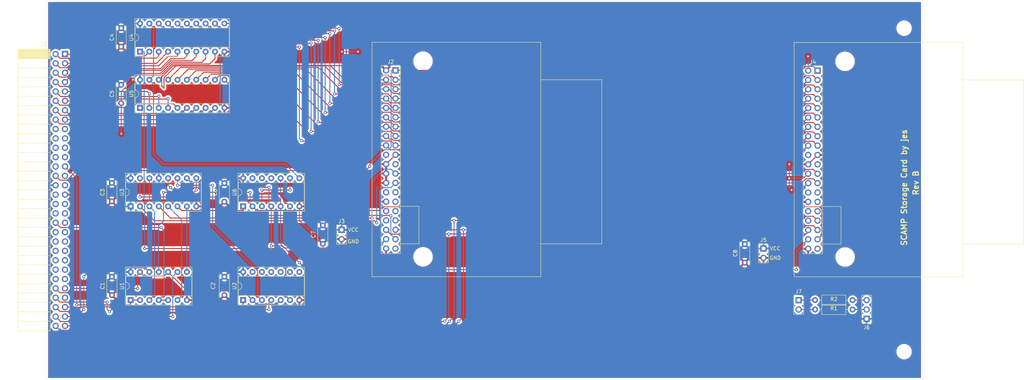
<source format=kicad_pcb>
(kicad_pcb (version 20171130) (host pcbnew 5.1.5+dfsg1-2build2)
  (layers (0 F.Cu signal) (31 B.Cu signal) (34 B.Paste user) (35 F.Paste user) (36 B.SilkS user) (37 F.SilkS user) (38 B.Mask user) (39 F.Mask user) (44 Edge.Cuts user))
  (net 0 "")
  (net 1 VCC)
  (net 2 GND)
  (net 3 D0)
  (net 4 D1)
  (net 5 D2)
  (net 6 D3)
  (net 7 D4)
  (net 8 D5)
  (net 9 D6)
  (net 10 D7)
  (net 11 D8)
  (net 12 D9)
  (net 13 D10)
  (net 14 D11)
  (net 15 D12)
  (net 16 D13)
  (net 17 D14)
  (net 18 D15)
  (net 19 DO)
  (net 20 ~RESET~)
  (net 21 A8)
  (net 22 A6)
  (net 23 A5)
  (net 24 A4)
  (net 25 A3)
  (net 26 A2)
  (net 27 A1)
  (net 28 A0)
  (net 29 ~IOWR~)
  (net 30 ~IORD~)
  (net 31 ~CS0a~)
  (net 32 ~CS1a~)
  (net 33 ~CS1b~)
  (net 34 ~CS0b~)
  (net 35 WR)
  (net 36 ~CS0aTTL~)
  (net 37 ~IORDTTL~)
  (net 38 ~CS1aTTL~)
  (net 39 ~IOWRTTL~)
  (net 40 ~CS1bTTL~)
  (net 41 ~CS0bTTL~)
  (net 42 "Net-(J6-Pad3)")
  (net 43 "Net-(J6-Pad2)")
  (net 44 "Net-(J7-Pad2)")
  (net 45 "Net-(J7-Pad1)")
  (net 46 /Z)
  (net 47 /LT)
  (net 48 /~EO~)
  (net 49 /~XI~)
  (net 50 /~YI~)
  (net 51 /~AI~)
  (net 52 /MO)
  (net 53 /MI)
  (net 54 /DI)
  (net 55 "Net-(J1-Pad27)")
  (net 56 /CLK)
  (net 57 "Net-(J1-Pad32)")
  (net 58 "Net-(J1-Pad33)")
  (net 59 "Net-(J1-Pad34)")
  (net 60 "Net-(J1-Pad35)")
  (net 61 "Net-(J1-Pad36)")
  (net 62 "Net-(J1-Pad37)")
  (net 63 /NO)
  (net 64 /F)
  (net 65 /NY)
  (net 66 /EY)
  (net 67 /NX)
  (net 68 /EX)
  (net 69 /A15)
  (net 70 /A14)
  (net 71 /A13)
  (net 72 /A12)
  (net 73 /A11)
  (net 74 /A10)
  (net 75 /A9)
  (net 76 /A7)
  (net 77 "Net-(J2-Pad39)")
  (net 78 "Net-(J2-Pad34)")
  (net 79 "Net-(J2-Pad31)")
  (net 80 "Net-(J2-Pad32)")
  (net 81 "Net-(J2-Pad29)")
  (net 82 "Net-(J2-Pad27)")
  (net 83 "Net-(J2-Pad28)")
  (net 84 "Net-(J2-Pad21)")
  (net 85 "Net-(J2-Pad20)")
  (net 86 245D0)
  (net 87 245D15)
  (net 88 245D1)
  (net 89 245D14)
  (net 90 245D2)
  (net 91 245D13)
  (net 92 245D3)
  (net 93 245D12)
  (net 94 245D4)
  (net 95 245D11)
  (net 96 245D5)
  (net 97 245D10)
  (net 98 245D6)
  (net 99 245D9)
  (net 100 245D7)
  (net 101 245D8)
  (net 102 "Net-(J4-Pad39)")
  (net 103 "Net-(J4-Pad34)")
  (net 104 "Net-(J4-Pad31)")
  (net 105 "Net-(J4-Pad32)")
  (net 106 "Net-(J4-Pad29)")
  (net 107 "Net-(J4-Pad27)")
  (net 108 "Net-(J4-Pad28)")
  (net 109 "Net-(J4-Pad21)")
  (net 110 "Net-(J4-Pad20)")
  (net 111 "Net-(U2-Pad13)")
  (net 112 "Net-(U2-Pad12)")
  (net 113 "Net-(U2-Pad11)")
  (net 114 "Net-(U2-Pad10)")
  (net 115 "Net-(U2-Pad9)")
  (net 116 "Net-(U2-Pad8)")
  (net 117 ~SELECT~)
  (net 118 "Net-(U6-Pad13)")
  (net 119 "Net-(U6-Pad12)")
  (net 120 "Net-(U6-Pad11)")
  (net 121 "Net-(U6-Pad10)")
  (net 122 "Net-(U6-Pad3)")
  (module Connector_PinHeader_2.54mm:PinHeader_1x02_P2.54mm_Vertical (layer F.Cu) (at 225.425 106.68)
    (fp_text reference J7 (at 0 -2.33) (layer F.SilkS))
    (fp_text value Conn_01x02)
    (pad 2 thru_hole oval (at 0 2.54) (size 1.7 1.7) (drill 1) (layers *.Cu *.Mask) (net 44 "Net-(J7-Pad2)"))
    (pad 1 thru_hole rect (at 0 0) (size 1.7 1.7) (drill 1) (layers *.Cu *.Mask) (net 45 "Net-(J7-Pad1)"))
  )
  (module Package_DIP:DIP-14_W7.62mm_Socket (layer F.Cu) (at 74.93 81.28 90)
    (fp_text reference U6 (at 3.81 -2.33 90) (layer F.SilkS))
    (fp_text value 74LS08)
    (pad 14 thru_hole oval (at 7.62 0 90) (size 1.6 1.6) (drill 0.8) (layers *.Cu *.Mask) (net 1 VCC))
    (pad 7 thru_hole oval (at 0 15.24 90) (size 1.6 1.6) (drill 0.8) (layers *.Cu *.Mask) (net 2 GND))
    (pad 13 thru_hole oval (at 7.62 2.54 90) (size 1.6 1.6) (drill 0.8) (layers *.Cu *.Mask) (net 118 "Net-(U6-Pad13)"))
    (pad 6 thru_hole oval (at 0 12.7 90) (size 1.6 1.6) (drill 0.8) (layers *.Cu *.Mask) (net 121 "Net-(U6-Pad10)"))
    (pad 12 thru_hole oval (at 7.62 5.08 90) (size 1.6 1.6) (drill 0.8) (layers *.Cu *.Mask) (net 119 "Net-(U6-Pad12)"))
    (pad 5 thru_hole oval (at 0 10.16 90) (size 1.6 1.6) (drill 0.8) (layers *.Cu *.Mask) (net 33 ~CS1b~))
    (pad 11 thru_hole oval (at 7.62 7.62 90) (size 1.6 1.6) (drill 0.8) (layers *.Cu *.Mask) (net 120 "Net-(U6-Pad11)"))
    (pad 4 thru_hole oval (at 0 7.62 90) (size 1.6 1.6) (drill 0.8) (layers *.Cu *.Mask) (net 32 ~CS1a~))
    (pad 10 thru_hole oval (at 7.62 10.16 90) (size 1.6 1.6) (drill 0.8) (layers *.Cu *.Mask) (net 121 "Net-(U6-Pad10)"))
    (pad 3 thru_hole oval (at 0 5.08 90) (size 1.6 1.6) (drill 0.8) (layers *.Cu *.Mask) (net 122 "Net-(U6-Pad3)"))
    (pad 9 thru_hole oval (at 7.62 12.7 90) (size 1.6 1.6) (drill 0.8) (layers *.Cu *.Mask) (net 122 "Net-(U6-Pad3)"))
    (pad 2 thru_hole oval (at 0 2.54 90) (size 1.6 1.6) (drill 0.8) (layers *.Cu *.Mask) (net 34 ~CS0b~))
    (pad 8 thru_hole oval (at 7.62 15.24 90) (size 1.6 1.6) (drill 0.8) (layers *.Cu *.Mask) (net 117 ~SELECT~))
    (pad 1 thru_hole rect (at 0 0 90) (size 1.6 1.6) (drill 0.8) (layers *.Cu *.Mask) (net 31 ~CS0a~))
  )
  (module Package_DIP:DIP-20_W7.62mm_Socket (layer F.Cu) (at 46.99 54.61 90)
    (fp_text reference U5 (at 3.81 -2.33 90) (layer F.SilkS))
    (fp_text value 74HC245)
    (pad 20 thru_hole oval (at 7.62 0 90) (size 1.6 1.6) (drill 0.8) (layers *.Cu *.Mask) (net 1 VCC))
    (pad 10 thru_hole oval (at 0 22.86 90) (size 1.6 1.6) (drill 0.8) (layers *.Cu *.Mask) (net 2 GND))
    (pad 19 thru_hole oval (at 7.62 2.54 90) (size 1.6 1.6) (drill 0.8) (layers *.Cu *.Mask) (net 117 ~SELECT~))
    (pad 9 thru_hole oval (at 0 20.32 90) (size 1.6 1.6) (drill 0.8) (layers *.Cu *.Mask) (net 18 D15))
    (pad 18 thru_hole oval (at 7.62 5.08 90) (size 1.6 1.6) (drill 0.8) (layers *.Cu *.Mask) (net 101 245D8))
    (pad 8 thru_hole oval (at 0 17.78 90) (size 1.6 1.6) (drill 0.8) (layers *.Cu *.Mask) (net 17 D14))
    (pad 17 thru_hole oval (at 7.62 7.62 90) (size 1.6 1.6) (drill 0.8) (layers *.Cu *.Mask) (net 99 245D9))
    (pad 7 thru_hole oval (at 0 15.24 90) (size 1.6 1.6) (drill 0.8) (layers *.Cu *.Mask) (net 16 D13))
    (pad 16 thru_hole oval (at 7.62 10.16 90) (size 1.6 1.6) (drill 0.8) (layers *.Cu *.Mask) (net 97 245D10))
    (pad 6 thru_hole oval (at 0 12.7 90) (size 1.6 1.6) (drill 0.8) (layers *.Cu *.Mask) (net 15 D12))
    (pad 15 thru_hole oval (at 7.62 12.7 90) (size 1.6 1.6) (drill 0.8) (layers *.Cu *.Mask) (net 95 245D11))
    (pad 5 thru_hole oval (at 0 10.16 90) (size 1.6 1.6) (drill 0.8) (layers *.Cu *.Mask) (net 14 D11))
    (pad 14 thru_hole oval (at 7.62 15.24 90) (size 1.6 1.6) (drill 0.8) (layers *.Cu *.Mask) (net 93 245D12))
    (pad 4 thru_hole oval (at 0 7.62 90) (size 1.6 1.6) (drill 0.8) (layers *.Cu *.Mask) (net 13 D10))
    (pad 13 thru_hole oval (at 7.62 17.78 90) (size 1.6 1.6) (drill 0.8) (layers *.Cu *.Mask) (net 91 245D13))
    (pad 3 thru_hole oval (at 0 5.08 90) (size 1.6 1.6) (drill 0.8) (layers *.Cu *.Mask) (net 12 D9))
    (pad 12 thru_hole oval (at 7.62 20.32 90) (size 1.6 1.6) (drill 0.8) (layers *.Cu *.Mask) (net 89 245D14))
    (pad 2 thru_hole oval (at 0 2.54 90) (size 1.6 1.6) (drill 0.8) (layers *.Cu *.Mask) (net 11 D8))
    (pad 11 thru_hole oval (at 7.62 22.86 90) (size 1.6 1.6) (drill 0.8) (layers *.Cu *.Mask) (net 87 245D15))
    (pad 1 thru_hole rect (at 0 0 90) (size 1.6 1.6) (drill 0.8) (layers *.Cu *.Mask) (net 30 ~IORD~))
  )
  (module Package_DIP:DIP-20_W7.62mm_Socket (layer F.Cu) (at 46.99 39.37 90)
    (fp_text reference U4 (at 3.81 -2.33 90) (layer F.SilkS))
    (fp_text value 74HC245)
    (pad 20 thru_hole oval (at 7.62 0 90) (size 1.6 1.6) (drill 0.8) (layers *.Cu *.Mask) (net 1 VCC))
    (pad 10 thru_hole oval (at 0 22.86 90) (size 1.6 1.6) (drill 0.8) (layers *.Cu *.Mask) (net 2 GND))
    (pad 19 thru_hole oval (at 7.62 2.54 90) (size 1.6 1.6) (drill 0.8) (layers *.Cu *.Mask) (net 117 ~SELECT~))
    (pad 9 thru_hole oval (at 0 20.32 90) (size 1.6 1.6) (drill 0.8) (layers *.Cu *.Mask) (net 10 D7))
    (pad 18 thru_hole oval (at 7.62 5.08 90) (size 1.6 1.6) (drill 0.8) (layers *.Cu *.Mask) (net 86 245D0))
    (pad 8 thru_hole oval (at 0 17.78 90) (size 1.6 1.6) (drill 0.8) (layers *.Cu *.Mask) (net 9 D6))
    (pad 17 thru_hole oval (at 7.62 7.62 90) (size 1.6 1.6) (drill 0.8) (layers *.Cu *.Mask) (net 88 245D1))
    (pad 7 thru_hole oval (at 0 15.24 90) (size 1.6 1.6) (drill 0.8) (layers *.Cu *.Mask) (net 8 D5))
    (pad 16 thru_hole oval (at 7.62 10.16 90) (size 1.6 1.6) (drill 0.8) (layers *.Cu *.Mask) (net 90 245D2))
    (pad 6 thru_hole oval (at 0 12.7 90) (size 1.6 1.6) (drill 0.8) (layers *.Cu *.Mask) (net 7 D4))
    (pad 15 thru_hole oval (at 7.62 12.7 90) (size 1.6 1.6) (drill 0.8) (layers *.Cu *.Mask) (net 92 245D3))
    (pad 5 thru_hole oval (at 0 10.16 90) (size 1.6 1.6) (drill 0.8) (layers *.Cu *.Mask) (net 6 D3))
    (pad 14 thru_hole oval (at 7.62 15.24 90) (size 1.6 1.6) (drill 0.8) (layers *.Cu *.Mask) (net 94 245D4))
    (pad 4 thru_hole oval (at 0 7.62 90) (size 1.6 1.6) (drill 0.8) (layers *.Cu *.Mask) (net 5 D2))
    (pad 13 thru_hole oval (at 7.62 17.78 90) (size 1.6 1.6) (drill 0.8) (layers *.Cu *.Mask) (net 96 245D5))
    (pad 3 thru_hole oval (at 0 5.08 90) (size 1.6 1.6) (drill 0.8) (layers *.Cu *.Mask) (net 4 D1))
    (pad 12 thru_hole oval (at 7.62 20.32 90) (size 1.6 1.6) (drill 0.8) (layers *.Cu *.Mask) (net 98 245D6))
    (pad 2 thru_hole oval (at 0 2.54 90) (size 1.6 1.6) (drill 0.8) (layers *.Cu *.Mask) (net 3 D0))
    (pad 11 thru_hole oval (at 7.62 22.86 90) (size 1.6 1.6) (drill 0.8) (layers *.Cu *.Mask) (net 100 245D7))
    (pad 1 thru_hole rect (at 0 0 90) (size 1.6 1.6) (drill 0.8) (layers *.Cu *.Mask) (net 30 ~IORD~))
  )
  (module Capacitor_THT:C_Disc_D6.0mm_W2.5mm_P5.00mm (layer F.Cu) (at 210.82 91.52 270)
    (fp_text reference C8 (at 2.46 2.54 90) (layer F.SilkS))
    (fp_text value C)
    (pad 2 thru_hole circle (at 5 0 270) (size 1.6 1.6) (drill 0.8) (layers *.Cu *.Mask) (net 2 GND))
    (pad 1 thru_hole circle (at 0 0 270) (size 1.6 1.6) (drill 0.8) (layers *.Cu *.Mask) (net 1 VCC))
  )
  (module Capacitor_THT:C_Disc_D6.0mm_W2.5mm_P5.00mm (layer F.Cu) (at 96.52 86.44 270)
    (fp_text reference C7 (at 2.46 2.54 90) (layer F.SilkS))
    (fp_text value C)
    (pad 2 thru_hole circle (at 5 0 270) (size 1.6 1.6) (drill 0.8) (layers *.Cu *.Mask) (net 2 GND))
    (pad 1 thru_hole circle (at 0 0 270) (size 1.6 1.6) (drill 0.8) (layers *.Cu *.Mask) (net 1 VCC))
  )
  (module Capacitor_THT:C_Disc_D6.0mm_W2.5mm_P5.00mm (layer F.Cu) (at 69.85 75.01 270)
    (fp_text reference C6 (at 2.46 2.54 90) (layer F.SilkS))
    (fp_text value C)
    (pad 2 thru_hole circle (at 5 0 270) (size 1.6 1.6) (drill 0.8) (layers *.Cu *.Mask) (net 2 GND))
    (pad 1 thru_hole circle (at 0 0 270) (size 1.6 1.6) (drill 0.8) (layers *.Cu *.Mask) (net 1 VCC))
  )
  (module Resistor_THT:R_Axial_DIN0207_L6.3mm_D2.5mm_P10.16mm_Horizontal (layer F.Cu) (at 240.03 106.68 180)
    (fp_text reference R2 (at 5.06 0.25) (layer F.SilkS))
    (fp_text value R)
    (pad 2 thru_hole oval (at 10.16 0 180) (size 1.6 1.6) (drill 0.8) (layers *.Cu *.Mask) (net 45 "Net-(J7-Pad1)"))
    (pad 1 thru_hole circle (at 0 0 180) (size 1.6 1.6) (drill 0.8) (layers *.Cu *.Mask) (net 42 "Net-(J6-Pad3)"))
  )
  (module Resistor_THT:R_Axial_DIN0207_L6.3mm_D2.5mm_P10.16mm_Horizontal (layer F.Cu) (at 240.03 109.22 180)
    (fp_text reference R1 (at 5.06 0.3) (layer F.SilkS))
    (fp_text value R)
    (pad 2 thru_hole oval (at 10.16 0 180) (size 1.6 1.6) (drill 0.8) (layers *.Cu *.Mask) (net 44 "Net-(J7-Pad2)"))
    (pad 1 thru_hole circle (at 0 0 180) (size 1.6 1.6) (drill 0.8) (layers *.Cu *.Mask) (net 43 "Net-(J6-Pad2)"))
  )
  (module storage:cfcard (layer F.Cu) (at 228.01 44.5)
    (fp_text reference J4 (at 1.27 -2.33) (layer F.SilkS))
    (fp_text value Conn_02x20_Odd_Even)
    (pad "" np_thru_hole circle (at 10.01 50.5) (size 4.3 4.3) (drill 4.3) (layers *.Cu *.Mask))
    (pad "" np_thru_hole circle (at 9.99 -2.5) (size 4.3 4.3) (drill 4.3) (layers *.Cu *.Mask))
    (pad 39 thru_hole oval (at 2.54 48.26) (size 1.7 1.7) (drill 1) (layers *.Cu *.Mask) (net 102 "Net-(J4-Pad39)"))
    (pad 40 thru_hole oval (at 0 48.26) (size 1.7 1.7) (drill 1) (layers *.Cu *.Mask) (net 2 GND))
    (pad 37 thru_hole oval (at 2.54 45.72) (size 1.7 1.7) (drill 1) (layers *.Cu *.Mask) (net 34 ~CS0b~))
    (pad 38 thru_hole oval (at 0 45.72) (size 1.7 1.7) (drill 1) (layers *.Cu *.Mask) (net 33 ~CS1b~))
    (pad 35 thru_hole oval (at 2.54 43.18) (size 1.7 1.7) (drill 1) (layers *.Cu *.Mask) (net 28 A0))
    (pad 36 thru_hole oval (at 0 43.18) (size 1.7 1.7) (drill 1) (layers *.Cu *.Mask) (net 26 A2))
    (pad 33 thru_hole oval (at 2.54 40.64) (size 1.7 1.7) (drill 1) (layers *.Cu *.Mask) (net 27 A1))
    (pad 34 thru_hole oval (at 0 40.64) (size 1.7 1.7) (drill 1) (layers *.Cu *.Mask) (net 103 "Net-(J4-Pad34)"))
    (pad 31 thru_hole oval (at 2.54 38.1) (size 1.7 1.7) (drill 1) (layers *.Cu *.Mask) (net 104 "Net-(J4-Pad31)"))
    (pad 32 thru_hole oval (at 0 38.1) (size 1.7 1.7) (drill 1) (layers *.Cu *.Mask) (net 105 "Net-(J4-Pad32)"))
    (pad 29 thru_hole oval (at 2.54 35.56) (size 1.7 1.7) (drill 1) (layers *.Cu *.Mask) (net 106 "Net-(J4-Pad29)"))
    (pad 30 thru_hole oval (at 0 35.56) (size 1.7 1.7) (drill 1) (layers *.Cu *.Mask) (net 2 GND))
    (pad 27 thru_hole oval (at 2.54 33.02) (size 1.7 1.7) (drill 1) (layers *.Cu *.Mask) (net 107 "Net-(J4-Pad27)"))
    (pad 28 thru_hole oval (at 0 33.02) (size 1.7 1.7) (drill 1) (layers *.Cu *.Mask) (net 108 "Net-(J4-Pad28)"))
    (pad 25 thru_hole oval (at 2.54 30.48) (size 1.7 1.7) (drill 1) (layers *.Cu *.Mask) (net 30 ~IORD~))
    (pad 26 thru_hole oval (at 0 30.48) (size 1.7 1.7) (drill 1) (layers *.Cu *.Mask) (net 2 GND))
    (pad 23 thru_hole oval (at 2.54 27.94) (size 1.7 1.7) (drill 1) (layers *.Cu *.Mask) (net 29 ~IOWR~))
    (pad 24 thru_hole oval (at 0 27.94) (size 1.7 1.7) (drill 1) (layers *.Cu *.Mask) (net 2 GND))
    (pad 21 thru_hole oval (at 2.54 25.4) (size 1.7 1.7) (drill 1) (layers *.Cu *.Mask) (net 109 "Net-(J4-Pad21)"))
    (pad 22 thru_hole oval (at 0 25.4) (size 1.7 1.7) (drill 1) (layers *.Cu *.Mask) (net 2 GND))
    (pad 19 thru_hole oval (at 2.54 22.86) (size 1.7 1.7) (drill 1) (layers *.Cu *.Mask) (net 2 GND))
    (pad 20 thru_hole oval (at 0 22.86) (size 1.7 1.7) (drill 1) (layers *.Cu *.Mask) (net 110 "Net-(J4-Pad20)"))
    (pad 17 thru_hole oval (at 2.54 20.32) (size 1.7 1.7) (drill 1) (layers *.Cu *.Mask) (net 86 245D0))
    (pad 18 thru_hole oval (at 0 20.32) (size 1.7 1.7) (drill 1) (layers *.Cu *.Mask) (net 87 245D15))
    (pad 15 thru_hole oval (at 2.54 17.78) (size 1.7 1.7) (drill 1) (layers *.Cu *.Mask) (net 88 245D1))
    (pad 16 thru_hole oval (at 0 17.78) (size 1.7 1.7) (drill 1) (layers *.Cu *.Mask) (net 89 245D14))
    (pad 13 thru_hole oval (at 2.54 15.24) (size 1.7 1.7) (drill 1) (layers *.Cu *.Mask) (net 90 245D2))
    (pad 14 thru_hole oval (at 0 15.24) (size 1.7 1.7) (drill 1) (layers *.Cu *.Mask) (net 91 245D13))
    (pad 11 thru_hole oval (at 2.54 12.7) (size 1.7 1.7) (drill 1) (layers *.Cu *.Mask) (net 92 245D3))
    (pad 12 thru_hole oval (at 0 12.7) (size 1.7 1.7) (drill 1) (layers *.Cu *.Mask) (net 93 245D12))
    (pad 9 thru_hole oval (at 2.54 10.16) (size 1.7 1.7) (drill 1) (layers *.Cu *.Mask) (net 94 245D4))
    (pad 10 thru_hole oval (at 0 10.16) (size 1.7 1.7) (drill 1) (layers *.Cu *.Mask) (net 95 245D11))
    (pad 7 thru_hole oval (at 2.54 7.62) (size 1.7 1.7) (drill 1) (layers *.Cu *.Mask) (net 96 245D5))
    (pad 8 thru_hole oval (at 0 7.62) (size 1.7 1.7) (drill 1) (layers *.Cu *.Mask) (net 97 245D10))
    (pad 5 thru_hole oval (at 2.54 5.08) (size 1.7 1.7) (drill 1) (layers *.Cu *.Mask) (net 98 245D6))
    (pad 6 thru_hole oval (at 0 5.08) (size 1.7 1.7) (drill 1) (layers *.Cu *.Mask) (net 99 245D9))
    (pad 3 thru_hole oval (at 2.54 2.54) (size 1.7 1.7) (drill 1) (layers *.Cu *.Mask) (net 100 245D7))
    (pad 4 thru_hole oval (at 0 2.54) (size 1.7 1.7) (drill 1) (layers *.Cu *.Mask) (net 101 245D8))
    (pad 1 thru_hole rect (at 2.54 0) (size 1.7 1.7) (drill 1) (layers *.Cu *.Mask) (net 20 ~RESET~))
    (pad 2 thru_hole circle (at 0 0) (size 1.7 1.7) (drill 1) (layers *.Cu *.Mask) (net 2 GND))
  )
  (module storage:cfcard (layer F.Cu) (at 113.665 44.45)
    (fp_text reference J2 (at 1.27 -2.33) (layer F.SilkS))
    (fp_text value Conn_02x20_Odd_Even)
    (pad "" np_thru_hole circle (at 10.01 50.5) (size 4.3 4.3) (drill 4.3) (layers *.Cu *.Mask))
    (pad "" np_thru_hole circle (at 9.99 -2.5) (size 4.3 4.3) (drill 4.3) (layers *.Cu *.Mask))
    (pad 39 thru_hole oval (at 2.54 48.26) (size 1.7 1.7) (drill 1) (layers *.Cu *.Mask) (net 77 "Net-(J2-Pad39)"))
    (pad 40 thru_hole oval (at 0 48.26) (size 1.7 1.7) (drill 1) (layers *.Cu *.Mask) (net 2 GND))
    (pad 37 thru_hole oval (at 2.54 45.72) (size 1.7 1.7) (drill 1) (layers *.Cu *.Mask) (net 31 ~CS0a~))
    (pad 38 thru_hole oval (at 0 45.72) (size 1.7 1.7) (drill 1) (layers *.Cu *.Mask) (net 32 ~CS1a~))
    (pad 35 thru_hole oval (at 2.54 43.18) (size 1.7 1.7) (drill 1) (layers *.Cu *.Mask) (net 28 A0))
    (pad 36 thru_hole oval (at 0 43.18) (size 1.7 1.7) (drill 1) (layers *.Cu *.Mask) (net 26 A2))
    (pad 33 thru_hole oval (at 2.54 40.64) (size 1.7 1.7) (drill 1) (layers *.Cu *.Mask) (net 27 A1))
    (pad 34 thru_hole oval (at 0 40.64) (size 1.7 1.7) (drill 1) (layers *.Cu *.Mask) (net 78 "Net-(J2-Pad34)"))
    (pad 31 thru_hole oval (at 2.54 38.1) (size 1.7 1.7) (drill 1) (layers *.Cu *.Mask) (net 79 "Net-(J2-Pad31)"))
    (pad 32 thru_hole oval (at 0 38.1) (size 1.7 1.7) (drill 1) (layers *.Cu *.Mask) (net 80 "Net-(J2-Pad32)"))
    (pad 29 thru_hole oval (at 2.54 35.56) (size 1.7 1.7) (drill 1) (layers *.Cu *.Mask) (net 81 "Net-(J2-Pad29)"))
    (pad 30 thru_hole oval (at 0 35.56) (size 1.7 1.7) (drill 1) (layers *.Cu *.Mask) (net 2 GND))
    (pad 27 thru_hole oval (at 2.54 33.02) (size 1.7 1.7) (drill 1) (layers *.Cu *.Mask) (net 82 "Net-(J2-Pad27)"))
    (pad 28 thru_hole oval (at 0 33.02) (size 1.7 1.7) (drill 1) (layers *.Cu *.Mask) (net 83 "Net-(J2-Pad28)"))
    (pad 25 thru_hole oval (at 2.54 30.48) (size 1.7 1.7) (drill 1) (layers *.Cu *.Mask) (net 30 ~IORD~))
    (pad 26 thru_hole oval (at 0 30.48) (size 1.7 1.7) (drill 1) (layers *.Cu *.Mask) (net 2 GND))
    (pad 23 thru_hole oval (at 2.54 27.94) (size 1.7 1.7) (drill 1) (layers *.Cu *.Mask) (net 29 ~IOWR~))
    (pad 24 thru_hole oval (at 0 27.94) (size 1.7 1.7) (drill 1) (layers *.Cu *.Mask) (net 2 GND))
    (pad 21 thru_hole oval (at 2.54 25.4) (size 1.7 1.7) (drill 1) (layers *.Cu *.Mask) (net 84 "Net-(J2-Pad21)"))
    (pad 22 thru_hole oval (at 0 25.4) (size 1.7 1.7) (drill 1) (layers *.Cu *.Mask) (net 2 GND))
    (pad 19 thru_hole oval (at 2.54 22.86) (size 1.7 1.7) (drill 1) (layers *.Cu *.Mask) (net 2 GND))
    (pad 20 thru_hole oval (at 0 22.86) (size 1.7 1.7) (drill 1) (layers *.Cu *.Mask) (net 85 "Net-(J2-Pad20)"))
    (pad 17 thru_hole oval (at 2.54 20.32) (size 1.7 1.7) (drill 1) (layers *.Cu *.Mask) (net 86 245D0))
    (pad 18 thru_hole oval (at 0 20.32) (size 1.7 1.7) (drill 1) (layers *.Cu *.Mask) (net 87 245D15))
    (pad 15 thru_hole oval (at 2.54 17.78) (size 1.7 1.7) (drill 1) (layers *.Cu *.Mask) (net 88 245D1))
    (pad 16 thru_hole oval (at 0 17.78) (size 1.7 1.7) (drill 1) (layers *.Cu *.Mask) (net 89 245D14))
    (pad 13 thru_hole oval (at 2.54 15.24) (size 1.7 1.7) (drill 1) (layers *.Cu *.Mask) (net 90 245D2))
    (pad 14 thru_hole oval (at 0 15.24) (size 1.7 1.7) (drill 1) (layers *.Cu *.Mask) (net 91 245D13))
    (pad 11 thru_hole oval (at 2.54 12.7) (size 1.7 1.7) (drill 1) (layers *.Cu *.Mask) (net 92 245D3))
    (pad 12 thru_hole oval (at 0 12.7) (size 1.7 1.7) (drill 1) (layers *.Cu *.Mask) (net 93 245D12))
    (pad 9 thru_hole oval (at 2.54 10.16) (size 1.7 1.7) (drill 1) (layers *.Cu *.Mask) (net 94 245D4))
    (pad 10 thru_hole oval (at 0 10.16) (size 1.7 1.7) (drill 1) (layers *.Cu *.Mask) (net 95 245D11))
    (pad 7 thru_hole oval (at 2.54 7.62) (size 1.7 1.7) (drill 1) (layers *.Cu *.Mask) (net 96 245D5))
    (pad 8 thru_hole oval (at 0 7.62) (size 1.7 1.7) (drill 1) (layers *.Cu *.Mask) (net 97 245D10))
    (pad 5 thru_hole oval (at 2.54 5.08) (size 1.7 1.7) (drill 1) (layers *.Cu *.Mask) (net 98 245D6))
    (pad 6 thru_hole oval (at 0 5.08) (size 1.7 1.7) (drill 1) (layers *.Cu *.Mask) (net 99 245D9))
    (pad 3 thru_hole oval (at 2.54 2.54) (size 1.7 1.7) (drill 1) (layers *.Cu *.Mask) (net 100 245D7))
    (pad 4 thru_hole oval (at 0 2.54) (size 1.7 1.7) (drill 1) (layers *.Cu *.Mask) (net 101 245D8))
    (pad 1 thru_hole rect (at 2.54 0) (size 1.7 1.7) (drill 1) (layers *.Cu *.Mask) (net 20 ~RESET~))
    (pad 2 thru_hole circle (at 0 0) (size 1.7 1.7) (drill 1) (layers *.Cu *.Mask) (net 2 GND))
  )
  (module MountingHole:MountingHole_3.2mm_M3 (layer F.Cu) (at 254 33.02)
    (fp_text reference REF** hide)
    (fp_text value MountingHole_3.2mm_M3)
    (pad 1 np_thru_hole circle (at 0 0) (size 3.2 3.2) (drill 3.2) (layers *.Cu *.Mask))
  )
  (module MountingHole:MountingHole_3.2mm_M3 (layer F.Cu) (at 254 120.65)
    (fp_text reference REF** hide)
    (fp_text value MountingHole_3.2mm_M3)
    (pad 1 np_thru_hole circle (at 0 0) (size 3.2 3.2) (drill 3.2) (layers *.Cu *.Mask))
  )
  (module Connector_PinHeader_2.54mm:PinHeader_1x03_P2.54mm_Vertical (layer F.Cu) (at 243.84 111.76 180)
    (fp_text reference J6 (at 0 -2.33) (layer F.SilkS))
    (fp_text value Conn_01x03)
    (pad 3 thru_hole oval (at 0 5.08 180) (size 1.7 1.7) (drill 1) (layers *.Cu *.Mask) (net 42 "Net-(J6-Pad3)"))
    (pad 2 thru_hole oval (at 0 2.54 180) (size 1.7 1.7) (drill 1) (layers *.Cu *.Mask) (net 43 "Net-(J6-Pad2)"))
    (pad 1 thru_hole rect (at 0 0 180) (size 1.7 1.7) (drill 1) (layers *.Cu *.Mask) (net 1 VCC))
  )
  (module Capacitor_THT:C_Disc_D6.0mm_W2.5mm_P5.00mm (layer F.Cu) (at 41.91 48.34 270)
    (fp_text reference C5 (at 2.46 2.54 90) (layer F.SilkS))
    (fp_text value C)
    (pad 2 thru_hole circle (at 5 0 270) (size 1.6 1.6) (drill 0.8) (layers *.Cu *.Mask) (net 2 GND))
    (pad 1 thru_hole circle (at 0 0 270) (size 1.6 1.6) (drill 0.8) (layers *.Cu *.Mask) (net 1 VCC))
  )
  (module Capacitor_THT:C_Disc_D6.0mm_W2.5mm_P5.00mm (layer F.Cu) (at 41.91 33.02 270)
    (fp_text reference C4 (at 2.46 2.54 90) (layer F.SilkS))
    (fp_text value C)
    (pad 2 thru_hole circle (at 5 0 270) (size 1.6 1.6) (drill 0.8) (layers *.Cu *.Mask) (net 2 GND))
    (pad 1 thru_hole circle (at 0 0 270) (size 1.6 1.6) (drill 0.8) (layers *.Cu *.Mask) (net 1 VCC))
  )
  (module Capacitor_THT:C_Disc_D6.0mm_W2.5mm_P5.00mm (layer F.Cu) (at 39.37 100.33 270)
    (fp_text reference C1 (at 2.5 2.54 90) (layer F.SilkS))
    (fp_text value C)
    (pad 1 thru_hole circle (at 0 0 270) (size 1.6 1.6) (drill 0.8) (layers *.Cu *.Mask) (net 1 VCC))
    (pad 2 thru_hole circle (at 5 0 270) (size 1.6 1.6) (drill 0.8) (layers *.Cu *.Mask) (net 2 GND))
  )
  (module Capacitor_THT:C_Disc_D6.0mm_W2.5mm_P5.00mm (layer F.Cu) (at 69.85 100.33 270)
    (fp_text reference C2 (at 2.5 3.039999 90) (layer F.SilkS))
    (fp_text value C)
    (pad 2 thru_hole circle (at 5 0 270) (size 1.6 1.6) (drill 0.8) (layers *.Cu *.Mask) (net 2 GND))
    (pad 1 thru_hole circle (at 0 0 270) (size 1.6 1.6) (drill 0.8) (layers *.Cu *.Mask) (net 1 VCC))
  )
  (module Capacitor_THT:C_Disc_D6.0mm_W2.5mm_P5.00mm (layer F.Cu) (at 39.37 74.93 270)
    (fp_text reference C3 (at 2.54 2.54 90) (layer F.SilkS))
    (fp_text value C)
    (pad 1 thru_hole circle (at 0 0 270) (size 1.6 1.6) (drill 0.8) (layers *.Cu *.Mask) (net 1 VCC))
    (pad 2 thru_hole circle (at 5 0 270) (size 1.6 1.6) (drill 0.8) (layers *.Cu *.Mask) (net 2 GND))
  )
  (module Connector_PinSocket_2.54mm:PinSocket_2x30_P2.54mm_Horizontal (layer F.Cu) (at 26.67 40.005)
    (fp_text reference J1 (at -5.65 -2.77) (layer F.SilkS))
    (fp_text value Conn_02x30_Counter_Clockwise)
    (pad 1 thru_hole rect (at 0 0) (size 1.7 1.7) (drill 1) (layers *.Cu *.Mask) (net 3 D0))
    (pad 2 thru_hole oval (at -2.54 0) (size 1.7 1.7) (drill 1) (layers *.Cu *.Mask) (net 4 D1))
    (pad 3 thru_hole oval (at 0 2.54) (size 1.7 1.7) (drill 1) (layers *.Cu *.Mask) (net 5 D2))
    (pad 4 thru_hole oval (at -2.54 2.54) (size 1.7 1.7) (drill 1) (layers *.Cu *.Mask) (net 6 D3))
    (pad 5 thru_hole oval (at 0 5.08) (size 1.7 1.7) (drill 1) (layers *.Cu *.Mask) (net 7 D4))
    (pad 6 thru_hole oval (at -2.54 5.08) (size 1.7 1.7) (drill 1) (layers *.Cu *.Mask) (net 8 D5))
    (pad 7 thru_hole oval (at 0 7.62) (size 1.7 1.7) (drill 1) (layers *.Cu *.Mask) (net 9 D6))
    (pad 8 thru_hole oval (at -2.54 7.62) (size 1.7 1.7) (drill 1) (layers *.Cu *.Mask) (net 10 D7))
    (pad 9 thru_hole oval (at 0 10.16) (size 1.7 1.7) (drill 1) (layers *.Cu *.Mask) (net 11 D8))
    (pad 10 thru_hole oval (at -2.54 10.16) (size 1.7 1.7) (drill 1) (layers *.Cu *.Mask) (net 12 D9))
    (pad 11 thru_hole oval (at 0 12.7) (size 1.7 1.7) (drill 1) (layers *.Cu *.Mask) (net 13 D10))
    (pad 12 thru_hole oval (at -2.54 12.7) (size 1.7 1.7) (drill 1) (layers *.Cu *.Mask) (net 14 D11))
    (pad 13 thru_hole oval (at 0 15.24) (size 1.7 1.7) (drill 1) (layers *.Cu *.Mask) (net 15 D12))
    (pad 14 thru_hole oval (at -2.54 15.24) (size 1.7 1.7) (drill 1) (layers *.Cu *.Mask) (net 16 D13))
    (pad 15 thru_hole oval (at 0 17.78) (size 1.7 1.7) (drill 1) (layers *.Cu *.Mask) (net 17 D14))
    (pad 16 thru_hole oval (at -2.54 17.78) (size 1.7 1.7) (drill 1) (layers *.Cu *.Mask) (net 18 D15))
    (pad 17 thru_hole oval (at 0 20.32) (size 1.7 1.7) (drill 1) (layers *.Cu *.Mask) (net 46 /Z))
    (pad 18 thru_hole oval (at -2.54 20.32) (size 1.7 1.7) (drill 1) (layers *.Cu *.Mask) (net 47 /LT))
    (pad 19 thru_hole oval (at 0 22.86) (size 1.7 1.7) (drill 1) (layers *.Cu *.Mask) (net 48 /~EO~))
    (pad 20 thru_hole oval (at -2.54 22.86) (size 1.7 1.7) (drill 1) (layers *.Cu *.Mask) (net 49 /~XI~))
    (pad 21 thru_hole oval (at 0 25.4) (size 1.7 1.7) (drill 1) (layers *.Cu *.Mask) (net 50 /~YI~))
    (pad 22 thru_hole oval (at -2.54 25.4) (size 1.7 1.7) (drill 1) (layers *.Cu *.Mask) (net 51 /~AI~))
    (pad 23 thru_hole oval (at 0 27.94) (size 1.7 1.7) (drill 1) (layers *.Cu *.Mask) (net 52 /MO))
    (pad 24 thru_hole oval (at -2.54 27.94) (size 1.7 1.7) (drill 1) (layers *.Cu *.Mask) (net 53 /MI))
    (pad 25 thru_hole oval (at 0 30.48) (size 1.7 1.7) (drill 1) (layers *.Cu *.Mask) (net 19 DO))
    (pad 26 thru_hole oval (at -2.54 30.48) (size 1.7 1.7) (drill 1) (layers *.Cu *.Mask) (net 54 /DI))
    (pad 27 thru_hole oval (at 0 33.02) (size 1.7 1.7) (drill 1) (layers *.Cu *.Mask) (net 55 "Net-(J1-Pad27)"))
    (pad 28 thru_hole oval (at -2.54 33.02) (size 1.7 1.7) (drill 1) (layers *.Cu *.Mask) (net 20 ~RESET~))
    (pad 29 thru_hole oval (at 0 35.56) (size 1.7 1.7) (drill 1) (layers *.Cu *.Mask) (net 56 /CLK))
    (pad 30 thru_hole oval (at -2.54 35.56) (size 1.7 1.7) (drill 1) (layers *.Cu *.Mask) (net 1 VCC))
    (pad 31 thru_hole oval (at 0 38.1) (size 1.7 1.7) (drill 1) (layers *.Cu *.Mask) (net 2 GND))
    (pad 32 thru_hole oval (at -2.54 38.1) (size 1.7 1.7) (drill 1) (layers *.Cu *.Mask) (net 57 "Net-(J1-Pad32)"))
    (pad 33 thru_hole oval (at 0 40.64) (size 1.7 1.7) (drill 1) (layers *.Cu *.Mask) (net 58 "Net-(J1-Pad33)"))
    (pad 34 thru_hole oval (at -2.54 40.64) (size 1.7 1.7) (drill 1) (layers *.Cu *.Mask) (net 59 "Net-(J1-Pad34)"))
    (pad 35 thru_hole oval (at 0 43.18) (size 1.7 1.7) (drill 1) (layers *.Cu *.Mask) (net 60 "Net-(J1-Pad35)"))
    (pad 36 thru_hole oval (at -2.54 43.18) (size 1.7 1.7) (drill 1) (layers *.Cu *.Mask) (net 61 "Net-(J1-Pad36)"))
    (pad 37 thru_hole oval (at 0 45.72) (size 1.7 1.7) (drill 1) (layers *.Cu *.Mask) (net 62 "Net-(J1-Pad37)"))
    (pad 38 thru_hole oval (at -2.54 45.72) (size 1.7 1.7) (drill 1) (layers *.Cu *.Mask) (net 35 WR))
    (pad 39 thru_hole oval (at 0 48.26) (size 1.7 1.7) (drill 1) (layers *.Cu *.Mask) (net 63 /NO))
    (pad 40 thru_hole oval (at -2.54 48.26) (size 1.7 1.7) (drill 1) (layers *.Cu *.Mask) (net 64 /F))
    (pad 41 thru_hole oval (at 0 50.8) (size 1.7 1.7) (drill 1) (layers *.Cu *.Mask) (net 65 /NY))
    (pad 42 thru_hole oval (at -2.54 50.8) (size 1.7 1.7) (drill 1) (layers *.Cu *.Mask) (net 66 /EY))
    (pad 43 thru_hole oval (at 0 53.34) (size 1.7 1.7) (drill 1) (layers *.Cu *.Mask) (net 67 /NX))
    (pad 44 thru_hole oval (at -2.54 53.34) (size 1.7 1.7) (drill 1) (layers *.Cu *.Mask) (net 68 /EX))
    (pad 45 thru_hole oval (at 0 55.88) (size 1.7 1.7) (drill 1) (layers *.Cu *.Mask) (net 69 /A15))
    (pad 46 thru_hole oval (at -2.54 55.88) (size 1.7 1.7) (drill 1) (layers *.Cu *.Mask) (net 70 /A14))
    (pad 47 thru_hole oval (at 0 58.42) (size 1.7 1.7) (drill 1) (layers *.Cu *.Mask) (net 71 /A13))
    (pad 48 thru_hole oval (at -2.54 58.42) (size 1.7 1.7) (drill 1) (layers *.Cu *.Mask) (net 72 /A12))
    (pad 49 thru_hole oval (at 0 60.96) (size 1.7 1.7) (drill 1) (layers *.Cu *.Mask) (net 73 /A11))
    (pad 50 thru_hole oval (at -2.54 60.96) (size 1.7 1.7) (drill 1) (layers *.Cu *.Mask) (net 74 /A10))
    (pad 51 thru_hole oval (at 0 63.5) (size 1.7 1.7) (drill 1) (layers *.Cu *.Mask) (net 75 /A9))
    (pad 52 thru_hole oval (at -2.54 63.5) (size 1.7 1.7) (drill 1) (layers *.Cu *.Mask) (net 21 A8))
    (pad 53 thru_hole oval (at 0 66.04) (size 1.7 1.7) (drill 1) (layers *.Cu *.Mask) (net 76 /A7))
    (pad 54 thru_hole oval (at -2.54 66.04) (size 1.7 1.7) (drill 1) (layers *.Cu *.Mask) (net 22 A6))
    (pad 55 thru_hole oval (at 0 68.58) (size 1.7 1.7) (drill 1) (layers *.Cu *.Mask) (net 23 A5))
    (pad 56 thru_hole oval (at -2.54 68.58) (size 1.7 1.7) (drill 1) (layers *.Cu *.Mask) (net 24 A4))
    (pad 57 thru_hole oval (at 0 71.12) (size 1.7 1.7) (drill 1) (layers *.Cu *.Mask) (net 25 A3))
    (pad 58 thru_hole oval (at -2.54 71.12) (size 1.7 1.7) (drill 1) (layers *.Cu *.Mask) (net 26 A2))
    (pad 59 thru_hole oval (at 0 73.66) (size 1.7 1.7) (drill 1) (layers *.Cu *.Mask) (net 27 A1))
    (pad 60 thru_hole oval (at -2.54 73.66) (size 1.7 1.7) (drill 1) (layers *.Cu *.Mask) (net 28 A0))
  )
  (module Connector_PinHeader_2.54mm:PinHeader_1x02_P2.54mm_Vertical (layer F.Cu) (at 101.6 87.63)
    (fp_text reference J3 (at 0 -2.33) (layer F.SilkS))
    (fp_text value Conn_01x02)
    (pad 1 thru_hole rect (at 0 0) (size 1.7 1.7) (drill 1) (layers *.Cu *.Mask) (net 1 VCC))
    (pad 2 thru_hole oval (at 0 2.54) (size 1.7 1.7) (drill 1) (layers *.Cu *.Mask) (net 2 GND))
  )
  (module Connector_PinHeader_2.54mm:PinHeader_1x02_P2.54mm_Vertical (layer F.Cu) (at 215.9 92.71)
    (fp_text reference J5 (at 0 -2.33) (layer F.SilkS))
    (fp_text value Conn_01x02)
    (pad 2 thru_hole oval (at 0 2.54) (size 1.7 1.7) (drill 1) (layers *.Cu *.Mask) (net 2 GND))
    (pad 1 thru_hole rect (at 0 0) (size 1.7 1.7) (drill 1) (layers *.Cu *.Mask) (net 1 VCC))
  )
  (module Package_DIP:DIP-14_W7.62mm_Socket (layer F.Cu) (at 44.45 106.68 90)
    (fp_text reference U1 (at 3.81 -2.33 90) (layer F.SilkS))
    (fp_text value 7400)
    (pad 1 thru_hole rect (at 0 0 90) (size 1.6 1.6) (drill 0.8) (layers *.Cu *.Mask) (net 19 DO))
    (pad 8 thru_hole oval (at 7.62 15.24 90) (size 1.6 1.6) (drill 0.8) (layers *.Cu *.Mask) (net 36 ~CS0aTTL~))
    (pad 2 thru_hole oval (at 0 2.54 90) (size 1.6 1.6) (drill 0.8) (layers *.Cu *.Mask) (net 19 DO))
    (pad 9 thru_hole oval (at 7.62 12.7 90) (size 1.6 1.6) (drill 0.8) (layers *.Cu *.Mask) (net 25 A3))
    (pad 3 thru_hole oval (at 0 5.08 90) (size 1.6 1.6) (drill 0.8) (layers *.Cu *.Mask) (net 37 ~IORDTTL~))
    (pad 10 thru_hole oval (at 7.62 10.16 90) (size 1.6 1.6) (drill 0.8) (layers *.Cu *.Mask) (net 21 A8))
    (pad 4 thru_hole oval (at 0 7.62 90) (size 1.6 1.6) (drill 0.8) (layers *.Cu *.Mask) (net 35 WR))
    (pad 11 thru_hole oval (at 7.62 7.62 90) (size 1.6 1.6) (drill 0.8) (layers *.Cu *.Mask) (net 38 ~CS1aTTL~))
    (pad 5 thru_hole oval (at 0 10.16 90) (size 1.6 1.6) (drill 0.8) (layers *.Cu *.Mask) (net 35 WR))
    (pad 12 thru_hole oval (at 7.62 5.08 90) (size 1.6 1.6) (drill 0.8) (layers *.Cu *.Mask) (net 24 A4))
    (pad 6 thru_hole oval (at 0 12.7 90) (size 1.6 1.6) (drill 0.8) (layers *.Cu *.Mask) (net 39 ~IOWRTTL~))
    (pad 13 thru_hole oval (at 7.62 2.54 90) (size 1.6 1.6) (drill 0.8) (layers *.Cu *.Mask) (net 21 A8))
    (pad 7 thru_hole oval (at 0 15.24 90) (size 1.6 1.6) (drill 0.8) (layers *.Cu *.Mask) (net 2 GND))
    (pad 14 thru_hole oval (at 7.62 0 90) (size 1.6 1.6) (drill 0.8) (layers *.Cu *.Mask) (net 1 VCC))
  )
  (module Package_DIP:DIP-14_W7.62mm_Socket (layer F.Cu) (at 74.93 106.68 90)
    (fp_text reference U2 (at 3.81 -2.33 90) (layer F.SilkS))
    (fp_text value 7400)
    (pad 14 thru_hole oval (at 7.62 0 90) (size 1.6 1.6) (drill 0.8) (layers *.Cu *.Mask) (net 1 VCC))
    (pad 7 thru_hole oval (at 0 15.24 90) (size 1.6 1.6) (drill 0.8) (layers *.Cu *.Mask) (net 2 GND))
    (pad 13 thru_hole oval (at 7.62 2.54 90) (size 1.6 1.6) (drill 0.8) (layers *.Cu *.Mask) (net 111 "Net-(U2-Pad13)"))
    (pad 6 thru_hole oval (at 0 12.7 90) (size 1.6 1.6) (drill 0.8) (layers *.Cu *.Mask) (net 40 ~CS1bTTL~))
    (pad 12 thru_hole oval (at 7.62 5.08 90) (size 1.6 1.6) (drill 0.8) (layers *.Cu *.Mask) (net 112 "Net-(U2-Pad12)"))
    (pad 5 thru_hole oval (at 0 10.16 90) (size 1.6 1.6) (drill 0.8) (layers *.Cu *.Mask) (net 21 A8))
    (pad 11 thru_hole oval (at 7.62 7.62 90) (size 1.6 1.6) (drill 0.8) (layers *.Cu *.Mask) (net 113 "Net-(U2-Pad11)"))
    (pad 4 thru_hole oval (at 0 7.62 90) (size 1.6 1.6) (drill 0.8) (layers *.Cu *.Mask) (net 22 A6))
    (pad 10 thru_hole oval (at 7.62 10.16 90) (size 1.6 1.6) (drill 0.8) (layers *.Cu *.Mask) (net 114 "Net-(U2-Pad10)"))
    (pad 3 thru_hole oval (at 0 5.08 90) (size 1.6 1.6) (drill 0.8) (layers *.Cu *.Mask) (net 41 ~CS0bTTL~))
    (pad 9 thru_hole oval (at 7.62 12.7 90) (size 1.6 1.6) (drill 0.8) (layers *.Cu *.Mask) (net 115 "Net-(U2-Pad9)"))
    (pad 2 thru_hole oval (at 0 2.54 90) (size 1.6 1.6) (drill 0.8) (layers *.Cu *.Mask) (net 21 A8))
    (pad 8 thru_hole oval (at 7.62 15.24 90) (size 1.6 1.6) (drill 0.8) (layers *.Cu *.Mask) (net 116 "Net-(U2-Pad8)"))
    (pad 1 thru_hole rect (at 0 0 90) (size 1.6 1.6) (drill 0.8) (layers *.Cu *.Mask) (net 23 A5))
  )
  (module Package_DIP:DIP-16_W7.62mm_Socket (layer F.Cu) (at 44.45 81.28 90)
    (fp_text reference U3 (at 3.81 -2.33 90) (layer F.SilkS))
    (fp_text value Conn_02x08_Counter_Clockwise)
    (pad 1 thru_hole rect (at 0 0 90) (size 1.6 1.6) (drill 0.8) (layers *.Cu *.Mask) (net 1 VCC))
    (pad 9 thru_hole oval (at 7.62 17.78 90) (size 1.6 1.6) (drill 0.8) (layers *.Cu *.Mask) (net 38 ~CS1aTTL~))
    (pad 2 thru_hole oval (at 0 2.54 90) (size 1.6 1.6) (drill 0.8) (layers *.Cu *.Mask) (net 30 ~IORD~))
    (pad 10 thru_hole oval (at 7.62 15.24 90) (size 1.6 1.6) (drill 0.8) (layers *.Cu *.Mask) (net 32 ~CS1a~))
    (pad 3 thru_hole oval (at 0 5.08 90) (size 1.6 1.6) (drill 0.8) (layers *.Cu *.Mask) (net 37 ~IORDTTL~))
    (pad 11 thru_hole oval (at 7.62 12.7 90) (size 1.6 1.6) (drill 0.8) (layers *.Cu *.Mask) (net 41 ~CS0bTTL~))
    (pad 4 thru_hole oval (at 0 7.62 90) (size 1.6 1.6) (drill 0.8) (layers *.Cu *.Mask) (net 29 ~IOWR~))
    (pad 12 thru_hole oval (at 7.62 10.16 90) (size 1.6 1.6) (drill 0.8) (layers *.Cu *.Mask) (net 34 ~CS0b~))
    (pad 5 thru_hole oval (at 0 10.16 90) (size 1.6 1.6) (drill 0.8) (layers *.Cu *.Mask) (net 39 ~IOWRTTL~))
    (pad 13 thru_hole oval (at 7.62 7.62 90) (size 1.6 1.6) (drill 0.8) (layers *.Cu *.Mask) (net 1 VCC))
    (pad 6 thru_hole oval (at 0 12.7 90) (size 1.6 1.6) (drill 0.8) (layers *.Cu *.Mask) (net 31 ~CS0a~))
    (pad 14 thru_hole oval (at 7.62 5.08 90) (size 1.6 1.6) (drill 0.8) (layers *.Cu *.Mask) (net 40 ~CS1bTTL~))
    (pad 7 thru_hole oval (at 0 15.24 90) (size 1.6 1.6) (drill 0.8) (layers *.Cu *.Mask) (net 36 ~CS0aTTL~))
    (pad 15 thru_hole oval (at 7.62 2.54 90) (size 1.6 1.6) (drill 0.8) (layers *.Cu *.Mask) (net 33 ~CS1b~))
    (pad 8 thru_hole oval (at 0 17.78 90) (size 1.6 1.6) (drill 0.8) (layers *.Cu *.Mask) (net 2 GND))
    (pad 16 thru_hole oval (at 7.62 0 90) (size 1.6 1.6) (drill 0.8) (layers *.Cu *.Mask) (net 1 VCC))
  )
  (gr_text "Rev B" (at 257.175 74.93 90) (layer F.SilkS) (effects (font (size 1.5 1.5) (thickness 0.3))))
  (gr_text GND (at 219.075 95.25) (layer F.SilkS) (effects (font (size 1 1))))
  (gr_text VCC (at 219.075 92.71) (layer F.SilkS) (effects (font (size 1 1))))
  (gr_text GND (at 104.775 90.805) (layer F.SilkS) (effects (font (size 1 1))))
  (gr_text VCC (at 104.775 87.63) (layer F.SilkS) (effects (font (size 1 1))))
  (gr_text "SCAMP Storage Card by jes" (at 254 76.2 90) (layer F.SilkS) (effects (font (size 1.5 1.5) (thickness 0.3))))
  (gr_line (start 21.59 128.27) (end 21.59 25.4) (layer Edge.Cuts) (width 0.05))
  (gr_line (start 259.08 128.27) (end 21.59 128.27) (layer Edge.Cuts) (width 0.05))
  (gr_line (start 259.08 25.4) (end 259.08 128.27) (layer Edge.Cuts) (width 0.05))
  (gr_line (start 21.59 25.4) (end 259.08 25.4) (layer Edge.Cuts) (width 0.05))
  (segment (start 228.01 74.98) (end 225.52 77.47) (width 0.25) (layer F.Cu) (net 2))
  (segment (start 225.52 77.47) (end 224.155 77.47) (width 0.25) (layer F.Cu) (net 2))
  (via (at 223.52 76.835) (size 0.8) (drill 0.4) (layers F.Cu B.Cu) (net 2))
  (segment (start 224.155 77.47) (end 223.52 76.835) (width 0.25) (layer F.Cu) (net 2))
  (via (at 222.885 73.66) (size 0.8) (drill 0.4) (layers F.Cu B.Cu) (net 2))
  (segment (start 222.885 76.2) (end 222.885 73.66) (width 0.25) (layer B.Cu) (net 2))
  (segment (start 223.52 76.835) (end 222.885 76.2) (width 0.25) (layer B.Cu) (net 2))
  (via (at 222.885 73.66) (size 0.8) (drill 0.4) (layers F.Cu B.Cu) (net 2))
  (via (at 222.885 69.85) (size 0.8) (drill 0.4) (layers F.Cu B.Cu) (net 2))
  (segment (start 222.885 73.66) (end 222.885 69.85) (width 0.25) (layer B.Cu) (net 2))
  (segment (start 226.79 73.66) (end 228.01 72.44) (width 0.25) (layer B.Cu) (net 2))
  (segment (start 222.885 73.66) (end 226.79 73.66) (width 0.25) (layer B.Cu) (net 2))
  (segment (start 228.01 69.9) (end 230.55 67.36) (width 0.25) (layer F.Cu) (net 2))
  (segment (start 113.665 69.85) (end 116.205 67.31) (width 0.25) (layer F.Cu) (net 2))
  (segment (start 90.17 85.09) (end 96.52 91.44) (width 0.25) (layer B.Cu) (net 2))
  (segment (start 90.17 81.28) (end 90.17 85.09) (width 0.25) (layer B.Cu) (net 2))
  (via (at 45.085 46.99) (size 0.8) (drill 0.4) (layers F.Cu B.Cu) (net 2))
  (segment (start 41.91 50.165) (end 45.085 46.99) (width 0.25) (layer B.Cu) (net 2))
  (segment (start 41.91 53.34) (end 41.91 50.165) (width 0.25) (layer B.Cu) (net 2))
  (via (at 101.69 39.37) (size 0.8) (drill 0.4) (layers F.Cu B.Cu) (net 2))
  (segment (start 69.85 39.37) (end 101.69 39.37) (width 0.25) (layer F.Cu) (net 2))
  (via (at 106.045 39.37) (size 0.8) (drill 0.4) (layers F.Cu B.Cu) (net 2))
  (segment (start 101.69 39.37) (end 106.045 39.37) (width 0.25) (layer B.Cu) (net 2))
  (via (at 227.965 40.64) (size 0.8) (drill 0.4) (layers F.Cu B.Cu) (net 2))
  (segment (start 228.01 40.685) (end 227.965 40.64) (width 0.25) (layer B.Cu) (net 2))
  (segment (start 228.01 44.5) (end 228.01 40.685) (width 0.25) (layer B.Cu) (net 2))
  (segment (start 69.050001 53.810001) (end 69.85 54.61) (width 0.25) (layer B.Cu) (net 2))
  (segment (start 68.724999 40.495001) (end 68.724999 53.484999) (width 0.25) (layer B.Cu) (net 2))
  (segment (start 68.724999 53.484999) (end 69.050001 53.810001) (width 0.25) (layer B.Cu) (net 2))
  (segment (start 69.85 39.37) (end 68.724999 40.495001) (width 0.25) (layer B.Cu) (net 2))
  (via (at 41.91 61.595) (size 0.8) (drill 0.4) (layers F.Cu B.Cu) (net 2))
  (segment (start 41.91 53.34) (end 41.91 61.595) (width 0.25) (layer B.Cu) (net 2))
  (segment (start 227.474999 88.755001) (end 227.750001 88.479999) (width 0.25) (layer F.Cu) (net 26))
  (segment (start 227.445999 86.504999) (end 229.374999 86.504999) (width 0.25) (layer F.Cu) (net 28))
  (segment (start 226.320998 87.63) (end 227.445999 86.504999) (width 0.25) (layer F.Cu) (net 28))
  (segment (start 229.700001 86.830001) (end 230.55 87.68) (width 0.25) (layer F.Cu) (net 28))
  (segment (start 229.374999 86.504999) (end 229.700001 86.830001) (width 0.25) (layer F.Cu) (net 28))
  (segment (start 116.205 85.09) (end 226.320998 85.09) (width 0.25) (layer F.Cu) (net 27))
  (segment (start 227.445999 83.964999) (end 229.374999 83.964999) (width 0.25) (layer F.Cu) (net 27))
  (segment (start 226.320998 85.09) (end 227.445999 83.964999) (width 0.25) (layer F.Cu) (net 27))
  (segment (start 229.700001 84.290001) (end 230.55 85.14) (width 0.25) (layer F.Cu) (net 27))
  (segment (start 229.374999 83.964999) (end 229.700001 84.290001) (width 0.25) (layer F.Cu) (net 27))
  (segment (start 116.205 74.93) (end 226.320998 74.93) (width 0.25) (layer F.Cu) (net 30))
  (segment (start 227.445999 73.804999) (end 229.374999 73.804999) (width 0.25) (layer F.Cu) (net 30))
  (segment (start 226.320998 74.93) (end 227.445999 73.804999) (width 0.25) (layer F.Cu) (net 30))
  (segment (start 229.700001 74.130001) (end 230.55 74.98) (width 0.25) (layer F.Cu) (net 30))
  (segment (start 229.374999 73.804999) (end 229.700001 74.130001) (width 0.25) (layer F.Cu) (net 30))
  (segment (start 116.205 72.39) (end 226.320998 72.39) (width 0.25) (layer F.Cu) (net 29))
  (segment (start 227.445999 71.264999) (end 229.374999 71.264999) (width 0.25) (layer F.Cu) (net 29))
  (segment (start 226.320998 72.39) (end 227.445999 71.264999) (width 0.25) (layer F.Cu) (net 29))
  (segment (start 229.700001 71.590001) (end 230.55 72.44) (width 0.25) (layer F.Cu) (net 29))
  (segment (start 229.374999 71.264999) (end 229.700001 71.590001) (width 0.25) (layer F.Cu) (net 29))
  (segment (start 116.205 44.45) (end 226.320998 44.45) (width 0.25) (layer F.Cu) (net 20))
  (segment (start 227.445999 43.324999) (end 229.374999 43.324999) (width 0.25) (layer F.Cu) (net 20))
  (segment (start 226.320998 44.45) (end 227.445999 43.324999) (width 0.25) (layer F.Cu) (net 20))
  (segment (start 229.700001 43.650001) (end 230.55 44.5) (width 0.25) (layer F.Cu) (net 20))
  (segment (start 229.374999 43.324999) (end 229.700001 43.650001) (width 0.25) (layer F.Cu) (net 20))
  (segment (start 116.205 64.77) (end 226.320998 64.77) (width 0.25) (layer F.Cu) (net 86))
  (segment (start 227.445999 63.644999) (end 229.374999 63.644999) (width 0.25) (layer F.Cu) (net 86))
  (segment (start 226.320998 64.77) (end 227.445999 63.644999) (width 0.25) (layer F.Cu) (net 86))
  (segment (start 229.700001 63.970001) (end 230.55 64.82) (width 0.25) (layer F.Cu) (net 86))
  (segment (start 229.374999 63.644999) (end 229.700001 63.970001) (width 0.25) (layer F.Cu) (net 86))
  (segment (start 116.205 62.23) (end 226.320998 62.23) (width 0.25) (layer F.Cu) (net 88))
  (segment (start 227.445999 61.104999) (end 229.374999 61.104999) (width 0.25) (layer F.Cu) (net 88))
  (segment (start 226.320998 62.23) (end 227.445999 61.104999) (width 0.25) (layer F.Cu) (net 88))
  (segment (start 229.700001 61.430001) (end 230.55 62.28) (width 0.25) (layer F.Cu) (net 88))
  (segment (start 229.374999 61.104999) (end 229.700001 61.430001) (width 0.25) (layer F.Cu) (net 88))
  (segment (start 116.205 59.69) (end 226.320998 59.69) (width 0.25) (layer F.Cu) (net 90))
  (segment (start 227.445999 58.564999) (end 229.374999 58.564999) (width 0.25) (layer F.Cu) (net 90))
  (segment (start 226.320998 59.69) (end 227.445999 58.564999) (width 0.25) (layer F.Cu) (net 90))
  (segment (start 229.700001 58.890001) (end 230.55 59.74) (width 0.25) (layer F.Cu) (net 90))
  (segment (start 229.374999 58.564999) (end 229.700001 58.890001) (width 0.25) (layer F.Cu) (net 90))
  (segment (start 116.205 57.15) (end 226.320998 57.15) (width 0.25) (layer F.Cu) (net 92))
  (segment (start 227.445999 56.024999) (end 229.374999 56.024999) (width 0.25) (layer F.Cu) (net 92))
  (segment (start 226.320998 57.15) (end 227.445999 56.024999) (width 0.25) (layer F.Cu) (net 92))
  (segment (start 229.700001 56.350001) (end 230.55 57.2) (width 0.25) (layer F.Cu) (net 92))
  (segment (start 229.374999 56.024999) (end 229.700001 56.350001) (width 0.25) (layer F.Cu) (net 92))
  (segment (start 116.205 54.61) (end 226.320998 54.61) (width 0.25) (layer F.Cu) (net 94))
  (segment (start 227.445999 53.484999) (end 229.374999 53.484999) (width 0.25) (layer F.Cu) (net 94))
  (segment (start 226.320998 54.61) (end 227.445999 53.484999) (width 0.25) (layer F.Cu) (net 94))
  (segment (start 229.700001 53.810001) (end 230.55 54.66) (width 0.25) (layer F.Cu) (net 94))
  (segment (start 229.374999 53.484999) (end 229.700001 53.810001) (width 0.25) (layer F.Cu) (net 94))
  (segment (start 116.205 52.07) (end 226.320998 52.07) (width 0.25) (layer F.Cu) (net 96))
  (segment (start 227.445999 50.944999) (end 229.374999 50.944999) (width 0.25) (layer F.Cu) (net 96))
  (segment (start 226.320998 52.07) (end 227.445999 50.944999) (width 0.25) (layer F.Cu) (net 96))
  (segment (start 229.700001 51.270001) (end 230.55 52.12) (width 0.25) (layer F.Cu) (net 96))
  (segment (start 229.374999 50.944999) (end 229.700001 51.270001) (width 0.25) (layer F.Cu) (net 96))
  (segment (start 116.205 49.53) (end 226.320998 49.53) (width 0.25) (layer F.Cu) (net 98))
  (segment (start 227.445999 48.404999) (end 229.374999 48.404999) (width 0.25) (layer F.Cu) (net 98))
  (segment (start 226.320998 49.53) (end 227.445999 48.404999) (width 0.25) (layer F.Cu) (net 98))
  (segment (start 229.700001 48.730001) (end 230.55 49.58) (width 0.25) (layer F.Cu) (net 98))
  (segment (start 229.374999 48.404999) (end 229.700001 48.730001) (width 0.25) (layer F.Cu) (net 98))
  (segment (start 49.53 39.37) (end 48.26 40.64) (width 0.25) (layer F.Cu) (net 3))
  (segment (start 27.77 40.005) (end 26.67 40.005) (width 0.25) (layer F.Cu) (net 3))
  (segment (start 28.405 40.64) (end 27.77 40.005) (width 0.25) (layer F.Cu) (net 3))
  (segment (start 48.26 40.64) (end 28.405 40.64) (width 0.25) (layer F.Cu) (net 3))
  (segment (start 52.07 40.50137) (end 51.435 41.13637) (width 0.25) (layer F.Cu) (net 4))
  (segment (start 52.07 39.37) (end 52.07 40.50137) (width 0.25) (layer F.Cu) (net 4))
  (segment (start 24.979999 40.854999) (end 24.13 40.005) (width 0.25) (layer F.Cu) (net 4))
  (segment (start 25.305001 41.180001) (end 24.979999 40.854999) (width 0.25) (layer F.Cu) (net 4))
  (segment (start 27.780001 41.180001) (end 25.305001 41.180001) (width 0.25) (layer F.Cu) (net 4))
  (segment (start 27.823632 41.13637) (end 27.780001 41.180001) (width 0.25) (layer F.Cu) (net 4))
  (segment (start 51.435 41.13637) (end 27.823632 41.13637) (width 0.25) (layer F.Cu) (net 4))
  (segment (start 54.61 39.37) (end 51.435 42.545) (width 0.25) (layer F.Cu) (net 5))
  (segment (start 51.435 42.545) (end 26.67 42.545) (width 0.25) (layer F.Cu) (net 5))
  (segment (start 57.15 40.50137) (end 57.01137 40.64) (width 0.25) (layer F.Cu) (net 6))
  (segment (start 57.15 39.37) (end 57.15 40.50137) (width 0.25) (layer F.Cu) (net 6))
  (segment (start 57.01137 40.64) (end 54.61 40.64) (width 0.25) (layer F.Cu) (net 6))
  (segment (start 54.61 40.64) (end 52.07 43.18) (width 0.25) (layer F.Cu) (net 6))
  (segment (start 24.979999 43.394999) (end 24.13 42.545) (width 0.25) (layer F.Cu) (net 6))
  (segment (start 25.305001 43.720001) (end 24.979999 43.394999) (width 0.25) (layer F.Cu) (net 6))
  (segment (start 27.234001 43.720001) (end 25.305001 43.720001) (width 0.25) (layer F.Cu) (net 6))
  (segment (start 27.774002 43.18) (end 27.234001 43.720001) (width 0.25) (layer F.Cu) (net 6))
  (segment (start 52.07 43.18) (end 27.774002 43.18) (width 0.25) (layer F.Cu) (net 6))
  (segment (start 59.69 40.50137) (end 58.91637 41.275) (width 0.25) (layer F.Cu) (net 7))
  (segment (start 59.69 39.37) (end 59.69 40.50137) (width 0.25) (layer F.Cu) (net 7))
  (segment (start 58.91637 41.275) (end 55.239361 41.275) (width 0.25) (layer F.Cu) (net 7))
  (segment (start 27.519999 44.235001) (end 26.67 45.085) (width 0.25) (layer F.Cu) (net 7))
  (segment (start 27.75501 43.99999) (end 27.519999 44.235001) (width 0.25) (layer F.Cu) (net 7))
  (segment (start 52.514371 43.99999) (end 27.75501 43.99999) (width 0.25) (layer F.Cu) (net 7))
  (segment (start 55.239361 41.275) (end 52.514371 43.99999) (width 0.25) (layer F.Cu) (net 7))
  (segment (start 61.055085 41.814915) (end 62.23 40.64) (width 0.25) (layer F.Cu) (net 8))
  (segment (start 55.335857 41.814915) (end 61.055085 41.814915) (width 0.25) (layer F.Cu) (net 8))
  (segment (start 52.70077 44.45) (end 55.335857 41.814915) (width 0.25) (layer F.Cu) (net 8))
  (segment (start 29.044002 44.45) (end 52.70077 44.45) (width 0.25) (layer F.Cu) (net 8))
  (segment (start 27.234001 46.260001) (end 29.044002 44.45) (width 0.25) (layer F.Cu) (net 8))
  (segment (start 25.305001 46.260001) (end 27.234001 46.260001) (width 0.25) (layer F.Cu) (net 8))
  (segment (start 62.23 40.64) (end 62.23 39.37) (width 0.25) (layer F.Cu) (net 8))
  (segment (start 24.13 45.085) (end 25.305001 46.260001) (width 0.25) (layer F.Cu) (net 8))
  (segment (start 64.77 41.275) (end 64.77 39.37) (width 0.25) (layer F.Cu) (net 9))
  (segment (start 63.780075 42.264925) (end 64.77 41.275) (width 0.25) (layer F.Cu) (net 9))
  (segment (start 55.522257 42.264925) (end 63.780075 42.264925) (width 0.25) (layer F.Cu) (net 9))
  (segment (start 52.51719 45.26999) (end 55.522257 42.264925) (width 0.25) (layer F.Cu) (net 9))
  (segment (start 29.02501 45.26999) (end 52.51719 45.26999) (width 0.25) (layer F.Cu) (net 9))
  (segment (start 26.67 47.625) (end 29.02501 45.26999) (width 0.25) (layer F.Cu) (net 9))
  (segment (start 67.31 41.275) (end 67.31 39.37) (width 0.25) (layer F.Cu) (net 10))
  (segment (start 55.708656 42.714934) (end 65.870065 42.714935) (width 0.25) (layer F.Cu) (net 10))
  (segment (start 52.70359 45.72) (end 55.708656 42.714934) (width 0.25) (layer F.Cu) (net 10))
  (segment (start 32.385 45.72) (end 52.70359 45.72) (width 0.25) (layer F.Cu) (net 10))
  (segment (start 29.304999 48.800001) (end 32.385 45.72) (width 0.25) (layer F.Cu) (net 10))
  (segment (start 65.870065 42.714935) (end 67.31 41.275) (width 0.25) (layer F.Cu) (net 10))
  (segment (start 25.305001 48.800001) (end 29.304999 48.800001) (width 0.25) (layer F.Cu) (net 10))
  (segment (start 24.13 47.625) (end 25.305001 48.800001) (width 0.25) (layer F.Cu) (net 10))
  (via (at 49.53 50.8) (size 0.8) (drill 0.4) (layers F.Cu B.Cu) (net 11))
  (segment (start 48.895 50.165) (end 49.53 50.8) (width 0.25) (layer F.Cu) (net 11))
  (segment (start 26.67 50.165) (end 48.895 50.165) (width 0.25) (layer F.Cu) (net 11))
  (segment (start 49.53 50.8) (end 49.53 54.61) (width 0.25) (layer B.Cu) (net 11))
  (segment (start 25.494999 51.529999) (end 48.989999 51.529999) (width 0.25) (layer F.Cu) (net 12))
  (segment (start 24.13 50.165) (end 25.494999 51.529999) (width 0.25) (layer F.Cu) (net 12))
  (via (at 52.07 51.435) (size 0.8) (drill 0.4) (layers F.Cu B.Cu) (net 12))
  (segment (start 51.975001 51.529999) (end 52.07 51.435) (width 0.25) (layer F.Cu) (net 12))
  (segment (start 48.989999 51.529999) (end 51.975001 51.529999) (width 0.25) (layer F.Cu) (net 12))
  (segment (start 52.07 51.435) (end 52.07 54.61) (width 0.25) (layer B.Cu) (net 12))
  (segment (start 41.369999 52.214999) (end 52.214999 52.214999) (width 0.25) (layer F.Cu) (net 13))
  (segment (start 40.879998 52.705) (end 41.369999 52.214999) (width 0.25) (layer F.Cu) (net 13))
  (segment (start 26.67 52.705) (end 40.879998 52.705) (width 0.25) (layer F.Cu) (net 13))
  (via (at 54.61 52.07) (size 0.8) (drill 0.4) (layers F.Cu B.Cu) (net 13))
  (segment (start 54.465001 52.214999) (end 54.61 52.07) (width 0.25) (layer F.Cu) (net 13))
  (segment (start 52.214999 52.214999) (end 54.465001 52.214999) (width 0.25) (layer F.Cu) (net 13))
  (segment (start 54.61 52.07) (end 54.61 54.61) (width 0.25) (layer B.Cu) (net 13))
  (segment (start 56.350001 53.810001) (end 57.15 54.61) (width 0.25) (layer F.Cu) (net 14))
  (segment (start 45.929999 53.484999) (end 56.024999 53.484999) (width 0.25) (layer F.Cu) (net 14))
  (segment (start 44.949997 54.465001) (end 45.929999 53.484999) (width 0.25) (layer F.Cu) (net 14))
  (segment (start 41.369999 54.465001) (end 44.949997 54.465001) (width 0.25) (layer F.Cu) (net 14))
  (segment (start 40.784999 53.880001) (end 41.369999 54.465001) (width 0.25) (layer F.Cu) (net 14))
  (segment (start 25.305001 53.880001) (end 40.784999 53.880001) (width 0.25) (layer F.Cu) (net 14))
  (segment (start 56.024999 53.484999) (end 56.350001 53.810001) (width 0.25) (layer F.Cu) (net 14))
  (segment (start 24.13 52.705) (end 25.305001 53.880001) (width 0.25) (layer F.Cu) (net 14))
  (segment (start 58.890001 55.409999) (end 59.69 54.61) (width 0.25) (layer F.Cu) (net 15))
  (segment (start 58.205001 56.094999) (end 58.890001 55.409999) (width 0.25) (layer F.Cu) (net 15))
  (segment (start 27.519999 56.094999) (end 58.205001 56.094999) (width 0.25) (layer F.Cu) (net 15))
  (segment (start 26.67 55.245) (end 27.519999 56.094999) (width 0.25) (layer F.Cu) (net 15))
  (segment (start 61.430001 55.409999) (end 62.23 54.61) (width 0.25) (layer F.Cu) (net 16))
  (segment (start 60.230001 56.609999) (end 61.430001 55.409999) (width 0.25) (layer F.Cu) (net 16))
  (segment (start 25.494999 56.609999) (end 60.230001 56.609999) (width 0.25) (layer F.Cu) (net 16))
  (segment (start 24.13 55.245) (end 25.494999 56.609999) (width 0.25) (layer F.Cu) (net 16))
  (segment (start 61.595 57.785) (end 64.77 54.61) (width 0.25) (layer F.Cu) (net 17))
  (segment (start 26.67 57.785) (end 61.595 57.785) (width 0.25) (layer F.Cu) (net 17))
  (segment (start 66.510001 55.409999) (end 67.31 54.61) (width 0.25) (layer F.Cu) (net 18))
  (segment (start 62.959999 58.960001) (end 66.510001 55.409999) (width 0.25) (layer F.Cu) (net 18))
  (segment (start 25.305001 58.960001) (end 62.959999 58.960001) (width 0.25) (layer F.Cu) (net 18))
  (segment (start 24.13 57.785) (end 25.305001 58.960001) (width 0.25) (layer F.Cu) (net 18))
  (via (at 29.845 107.95) (size 0.8) (drill 0.4) (layers F.Cu B.Cu) (net 19))
  (segment (start 29.845 73.66) (end 29.845 107.95) (width 0.25) (layer B.Cu) (net 19))
  (segment (start 26.67 70.485) (end 29.845 73.66) (width 0.25) (layer B.Cu) (net 19))
  (segment (start 44.45 107.73) (end 44.45 106.68) (width 0.25) (layer F.Cu) (net 19))
  (segment (start 44.23 107.95) (end 44.45 107.73) (width 0.25) (layer F.Cu) (net 19))
  (segment (start 29.845 107.95) (end 44.23 107.95) (width 0.25) (layer F.Cu) (net 19))
  (segment (start 44.45 106.68) (end 46.99 106.68) (width 0.25) (layer F.Cu) (net 19))
  (segment (start 27.234001 74.200001) (end 29.845 71.589002) (width 0.25) (layer F.Cu) (net 20))
  (segment (start 25.305001 74.200001) (end 27.234001 74.200001) (width 0.25) (layer F.Cu) (net 20))
  (segment (start 24.13 73.025) (end 25.305001 74.200001) (width 0.25) (layer F.Cu) (net 20))
  (via (at 109.22 70.485) (size 0.8) (drill 0.4) (layers F.Cu B.Cu) (net 20))
  (segment (start 108.115998 71.589002) (end 109.22 70.485) (width 0.25) (layer F.Cu) (net 20))
  (segment (start 29.845 71.589002) (end 108.115998 71.589002) (width 0.25) (layer F.Cu) (net 20))
  (segment (start 115.029999 44.525001) (end 115.105 44.45) (width 0.25) (layer B.Cu) (net 20))
  (segment (start 115.105 44.45) (end 116.205 44.45) (width 0.25) (layer B.Cu) (net 20))
  (segment (start 115.029999 65.144003) (end 115.029999 44.525001) (width 0.25) (layer B.Cu) (net 20))
  (segment (start 114.229001 65.945001) (end 115.029999 65.144003) (width 0.25) (layer B.Cu) (net 20))
  (segment (start 113.194314 65.945001) (end 114.229001 65.945001) (width 0.25) (layer B.Cu) (net 20))
  (segment (start 109.22 69.919315) (end 113.194314 65.945001) (width 0.25) (layer B.Cu) (net 20))
  (segment (start 109.22 70.485) (end 109.22 69.919315) (width 0.25) (layer B.Cu) (net 20))
  (via (at 46.355 103.505) (size 0.8) (drill 0.4) (layers F.Cu B.Cu) (net 21))
  (segment (start 28.409002 103.505) (end 46.355 103.505) (width 0.25) (layer F.Cu) (net 21))
  (segment (start 25.305001 104.680001) (end 27.234001 104.680001) (width 0.25) (layer F.Cu) (net 21))
  (segment (start 27.234001 104.680001) (end 28.409002 103.505) (width 0.25) (layer F.Cu) (net 21))
  (segment (start 24.13 103.505) (end 25.305001 104.680001) (width 0.25) (layer F.Cu) (net 21))
  (segment (start 46.355 99.695) (end 46.99 99.06) (width 0.25) (layer B.Cu) (net 21))
  (segment (start 46.355 103.505) (end 46.355 99.695) (width 0.25) (layer B.Cu) (net 21))
  (segment (start 53.810001 99.859999) (end 54.61 99.06) (width 0.25) (layer F.Cu) (net 21))
  (segment (start 53.484999 100.185001) (end 53.810001 99.859999) (width 0.25) (layer F.Cu) (net 21))
  (segment (start 48.115001 100.185001) (end 53.484999 100.185001) (width 0.25) (layer F.Cu) (net 21))
  (segment (start 46.99 99.06) (end 48.115001 100.185001) (width 0.25) (layer F.Cu) (net 21))
  (segment (start 76.670001 105.880001) (end 77.47 106.68) (width 0.25) (layer F.Cu) (net 21))
  (segment (start 74.994999 104.204999) (end 76.670001 105.880001) (width 0.25) (layer F.Cu) (net 21))
  (segment (start 59.754999 104.204999) (end 74.994999 104.204999) (width 0.25) (layer F.Cu) (net 21))
  (segment (start 54.61 99.06) (end 59.754999 104.204999) (width 0.25) (layer F.Cu) (net 21))
  (segment (start 84.290001 107.479999) (end 85.09 106.68) (width 0.25) (layer F.Cu) (net 21))
  (segment (start 78.595001 107.805001) (end 83.964999 107.805001) (width 0.25) (layer F.Cu) (net 21))
  (segment (start 83.964999 107.805001) (end 84.290001 107.479999) (width 0.25) (layer F.Cu) (net 21))
  (segment (start 77.47 106.68) (end 78.595001 107.805001) (width 0.25) (layer F.Cu) (net 21))
  (via (at 38.1 107.225) (size 0.8) (drill 0.4) (layers F.Cu B.Cu) (net 22))
  (segment (start 25.31 107.225) (end 38.1 107.225) (width 0.25) (layer F.Cu) (net 22))
  (segment (start 24.13 106.045) (end 25.31 107.225) (width 0.25) (layer F.Cu) (net 22))
  (via (at 38.735 109.855) (size 0.8) (drill 0.4) (layers F.Cu B.Cu) (net 22))
  (segment (start 38.1 109.22) (end 38.735 109.855) (width 0.25) (layer B.Cu) (net 22))
  (segment (start 38.1 107.225) (end 38.1 109.22) (width 0.25) (layer B.Cu) (net 22))
  (via (at 81.915 109.22) (size 0.8) (drill 0.4) (layers F.Cu B.Cu) (net 22))
  (segment (start 39.37 109.22) (end 81.915 109.22) (width 0.25) (layer F.Cu) (net 22))
  (segment (start 38.735 109.855) (end 39.37 109.22) (width 0.25) (layer F.Cu) (net 22))
  (segment (start 81.915 107.315) (end 82.55 106.68) (width 0.25) (layer B.Cu) (net 22))
  (segment (start 81.915 109.22) (end 81.915 107.315) (width 0.25) (layer B.Cu) (net 22))
  (segment (start 74.165001 108.494999) (end 74.93 107.73) (width 0.25) (layer F.Cu) (net 23))
  (segment (start 31.221997 108.675001) (end 31.401999 108.494999) (width 0.25) (layer F.Cu) (net 23))
  (segment (start 29.496999 108.675001) (end 31.221997 108.675001) (width 0.25) (layer F.Cu) (net 23))
  (segment (start 31.401999 108.494999) (end 74.165001 108.494999) (width 0.25) (layer F.Cu) (net 23))
  (segment (start 29.406998 108.585) (end 29.496999 108.675001) (width 0.25) (layer F.Cu) (net 23))
  (segment (start 74.93 107.73) (end 74.93 106.68) (width 0.25) (layer F.Cu) (net 23))
  (segment (start 26.67 108.585) (end 29.406998 108.585) (width 0.25) (layer F.Cu) (net 23))
  (via (at 31.75 100.33) (size 0.8) (drill 0.4) (layers F.Cu B.Cu) (net 24))
  (segment (start 34.145001 97.934999) (end 31.75 100.33) (width 0.25) (layer F.Cu) (net 24))
  (segment (start 48.404999 97.934999) (end 34.145001 97.934999) (width 0.25) (layer F.Cu) (net 24))
  (segment (start 49.53 99.06) (end 48.404999 97.934999) (width 0.25) (layer F.Cu) (net 24))
  (via (at 31.75 109.22) (size 0.8) (drill 0.4) (layers F.Cu B.Cu) (net 24))
  (segment (start 31.75 100.33) (end 31.75 109.22) (width 0.25) (layer B.Cu) (net 24))
  (segment (start 25.305001 109.760001) (end 24.979999 109.434999) (width 0.25) (layer F.Cu) (net 24))
  (segment (start 31.209999 109.760001) (end 25.305001 109.760001) (width 0.25) (layer F.Cu) (net 24))
  (segment (start 24.979999 109.434999) (end 24.13 108.585) (width 0.25) (layer F.Cu) (net 24))
  (segment (start 31.75 109.22) (end 31.209999 109.760001) (width 0.25) (layer F.Cu) (net 24))
  (via (at 55.88 111.125) (size 0.8) (drill 0.4) (layers F.Cu B.Cu) (net 25))
  (segment (start 26.67 111.125) (end 55.88 111.125) (width 0.25) (layer F.Cu) (net 25))
  (segment (start 55.88 100.33) (end 57.15 99.06) (width 0.25) (layer B.Cu) (net 25))
  (segment (start 55.88 111.125) (end 55.88 100.33) (width 0.25) (layer B.Cu) (net 25))
  (segment (start 25.494999 112.489999) (end 114.840001 112.489999) (width 0.25) (layer F.Cu) (net 26))
  (segment (start 24.13 111.125) (end 25.494999 112.489999) (width 0.25) (layer F.Cu) (net 26))
  (via (at 129.54 112.395) (size 0.8) (drill 0.4) (layers F.Cu B.Cu) (net 26))
  (segment (start 129.445001 112.489999) (end 129.54 112.395) (width 0.25) (layer F.Cu) (net 26))
  (segment (start 114.840001 112.489999) (end 129.445001 112.489999) (width 0.25) (layer F.Cu) (net 26))
  (via (at 130.665001 88.755001) (size 0.8) (drill 0.4) (layers F.Cu B.Cu) (net 26))
  (segment (start 130.665001 111.269999) (end 130.665001 88.755001) (width 0.25) (layer B.Cu) (net 26))
  (segment (start 129.54 112.395) (end 130.665001 111.269999) (width 0.25) (layer B.Cu) (net 26))
  (segment (start 130.665001 88.755001) (end 227.474999 88.755001) (width 0.25) (layer F.Cu) (net 26))
  (segment (start 130.099316 88.755001) (end 130.665001 88.755001) (width 0.25) (layer F.Cu) (net 26))
  (segment (start 130.049316 88.805001) (end 130.099316 88.755001) (width 0.25) (layer F.Cu) (net 26))
  (segment (start 114.840001 88.805001) (end 130.049316 88.805001) (width 0.25) (layer F.Cu) (net 26))
  (segment (start 113.665 87.63) (end 114.840001 88.805001) (width 0.25) (layer F.Cu) (net 26))
  (segment (start 26.67 113.665) (end 27.872081 113.665) (width 0.25) (layer F.Cu) (net 27))
  (segment (start 27.872081 113.665) (end 114.935 113.665) (width 0.25) (layer F.Cu) (net 27))
  (via (at 130.81 112.395) (size 0.8) (drill 0.4) (layers F.Cu B.Cu) (net 27))
  (segment (start 129.54 113.665) (end 130.81 112.395) (width 0.25) (layer F.Cu) (net 27))
  (segment (start 114.935 113.665) (end 129.54 113.665) (width 0.25) (layer F.Cu) (net 27))
  (via (at 132.08 85.09) (size 0.8) (drill 0.4) (layers F.Cu B.Cu) (net 27))
  (segment (start 132.08 111.125) (end 132.08 85.09) (width 0.25) (layer B.Cu) (net 27))
  (segment (start 130.81 112.395) (end 132.08 111.125) (width 0.25) (layer B.Cu) (net 27))
  (segment (start 25.305001 114.840001) (end 114.840001 114.840001) (width 0.25) (layer F.Cu) (net 28))
  (segment (start 24.13 113.665) (end 25.305001 114.840001) (width 0.25) (layer F.Cu) (net 28))
  (via (at 133.35 112.395) (size 0.8) (drill 0.4) (layers F.Cu B.Cu) (net 28))
  (segment (start 130.904999 114.840001) (end 133.35 112.395) (width 0.25) (layer F.Cu) (net 28))
  (segment (start 114.840001 114.840001) (end 130.904999 114.840001) (width 0.25) (layer F.Cu) (net 28))
  (via (at 134.62 87.63) (size 0.8) (drill 0.4) (layers F.Cu B.Cu) (net 28))
  (segment (start 134.62 111.125) (end 134.62 87.63) (width 0.25) (layer B.Cu) (net 28))
  (segment (start 134.62 87.63) (end 226.320998 87.63) (width 0.25) (layer F.Cu) (net 28))
  (segment (start 133.35 112.395) (end 134.62 111.125) (width 0.25) (layer B.Cu) (net 28))
  (segment (start 116.205 87.63) (end 134.62 87.63) (width 0.25) (layer F.Cu) (net 28))
  (via (at 109.855 84.455) (size 0.8) (drill 0.4) (layers F.Cu B.Cu) (net 29))
  (segment (start 55.245 84.455) (end 109.855 84.455) (width 0.25) (layer F.Cu) (net 29))
  (segment (start 52.07 81.28) (end 55.245 84.455) (width 0.25) (layer F.Cu) (net 29))
  (segment (start 115.355001 71.540001) (end 116.205 72.39) (width 0.25) (layer B.Cu) (net 29))
  (segment (start 115.029999 71.214999) (end 115.355001 71.540001) (width 0.25) (layer B.Cu) (net 29))
  (segment (start 113.100999 71.214999) (end 115.029999 71.214999) (width 0.25) (layer B.Cu) (net 29))
  (segment (start 109.855 74.460998) (end 113.100999 71.214999) (width 0.25) (layer B.Cu) (net 29))
  (segment (start 109.855 84.455) (end 109.855 74.460998) (width 0.25) (layer B.Cu) (net 29))
  (segment (start 48.115001 54.685001) (end 48.04 54.61) (width 0.25) (layer B.Cu) (net 30))
  (segment (start 48.115001 79.023629) (end 48.115001 54.685001) (width 0.25) (layer B.Cu) (net 30))
  (segment (start 46.99 80.14863) (end 48.115001 79.023629) (width 0.25) (layer B.Cu) (net 30))
  (segment (start 46.99 81.28) (end 46.99 80.14863) (width 0.25) (layer B.Cu) (net 30))
  (segment (start 48.04 39.37) (end 46.99 39.37) (width 0.25) (layer B.Cu) (net 30))
  (segment (start 48.115001 39.445001) (end 48.04 39.37) (width 0.25) (layer B.Cu) (net 30))
  (segment (start 48.115001 54.534999) (end 48.115001 39.445001) (width 0.25) (layer B.Cu) (net 30))
  (segment (start 48.04 54.61) (end 48.115001 54.534999) (width 0.25) (layer B.Cu) (net 30))
  (segment (start 46.99 54.61) (end 48.04 54.61) (width 0.25) (layer B.Cu) (net 30))
  (via (at 111.125 85.725) (size 0.8) (drill 0.4) (layers F.Cu B.Cu) (net 30))
  (segment (start 110.580001 85.180001) (end 111.125 85.725) (width 0.25) (layer F.Cu) (net 30))
  (segment (start 50.890001 85.180001) (end 110.580001 85.180001) (width 0.25) (layer F.Cu) (net 30))
  (segment (start 46.99 81.28) (end 50.890001 85.180001) (width 0.25) (layer F.Cu) (net 30))
  (segment (start 111.125 85.725) (end 111.125 76.2) (width 0.25) (layer B.Cu) (net 30))
  (segment (start 114.935 76.2) (end 116.205 74.93) (width 0.25) (layer B.Cu) (net 30))
  (segment (start 111.125 76.2) (end 114.935 76.2) (width 0.25) (layer B.Cu) (net 30))
  (segment (start 58.275001 82.405001) (end 74.854999 82.405001) (width 0.25) (layer F.Cu) (net 31))
  (segment (start 74.854999 82.405001) (end 74.93 82.33) (width 0.25) (layer F.Cu) (net 31))
  (segment (start 57.15 81.28) (end 58.275001 82.405001) (width 0.25) (layer F.Cu) (net 31))
  (segment (start 74.93 82.33) (end 74.93 81.28) (width 0.25) (layer F.Cu) (net 31))
  (via (at 114.935 83.82) (size 0.8) (drill 0.4) (layers F.Cu B.Cu) (net 31))
  (segment (start 114.840001 83.725001) (end 114.935 83.82) (width 0.25) (layer F.Cu) (net 31))
  (segment (start 76.325001 83.725001) (end 114.840001 83.725001) (width 0.25) (layer F.Cu) (net 31))
  (segment (start 74.93 82.33) (end 76.325001 83.725001) (width 0.25) (layer F.Cu) (net 31))
  (segment (start 114.935 88.9) (end 116.205 90.17) (width 0.25) (layer B.Cu) (net 31))
  (segment (start 114.935 83.82) (end 114.935 88.9) (width 0.25) (layer B.Cu) (net 31))
  (via (at 82.55 91.985) (size 0.8) (drill 0.4) (layers F.Cu B.Cu) (net 32))
  (segment (start 82.55 81.28) (end 82.55 91.985) (width 0.25) (layer B.Cu) (net 32))
  (segment (start 112.815001 91.019999) (end 113.665 90.17) (width 0.25) (layer F.Cu) (net 32))
  (segment (start 85.976413 92.565001) (end 111.269999 92.565001) (width 0.25) (layer F.Cu) (net 32))
  (segment (start 85.396412 91.985) (end 85.976413 92.565001) (width 0.25) (layer F.Cu) (net 32))
  (segment (start 111.269999 92.565001) (end 112.815001 91.019999) (width 0.25) (layer F.Cu) (net 32))
  (segment (start 82.55 91.985) (end 85.396412 91.985) (width 0.25) (layer F.Cu) (net 32))
  (via (at 81.915 76.11) (size 0.8) (drill 0.4) (layers F.Cu B.Cu) (net 32))
  (segment (start 75.714998 76.11) (end 81.915 76.11) (width 0.25) (layer F.Cu) (net 32))
  (segment (start 73.264998 73.66) (end 75.714998 76.11) (width 0.25) (layer F.Cu) (net 32))
  (segment (start 63.895002 73.66) (end 73.264998 73.66) (width 0.25) (layer F.Cu) (net 32))
  (segment (start 60.815001 74.785001) (end 62.770001 74.785001) (width 0.25) (layer F.Cu) (net 32))
  (segment (start 62.770001 74.785001) (end 63.895002 73.66) (width 0.25) (layer F.Cu) (net 32))
  (segment (start 59.69 73.66) (end 60.815001 74.785001) (width 0.25) (layer F.Cu) (net 32))
  (segment (start 81.915 80.645) (end 82.55 81.28) (width 0.25) (layer B.Cu) (net 32))
  (segment (start 81.915 76.11) (end 81.915 80.645) (width 0.25) (layer B.Cu) (net 32))
  (via (at 46.99 78.74) (size 0.8) (drill 0.4) (layers F.Cu B.Cu) (net 33))
  (segment (start 46.99 73.66) (end 46.99 78.74) (width 0.25) (layer B.Cu) (net 33))
  (segment (start 46.99 78.74) (end 84.455 78.74) (width 0.25) (layer F.Cu) (net 33))
  (segment (start 85.09 79.375) (end 85.09 81.28) (width 0.25) (layer F.Cu) (net 33))
  (segment (start 84.455 78.74) (end 85.09 79.375) (width 0.25) (layer F.Cu) (net 33))
  (via (at 90.17 96.52) (size 0.8) (drill 0.4) (layers F.Cu B.Cu) (net 33))
  (segment (start 85.09 91.44) (end 90.17 96.52) (width 0.25) (layer B.Cu) (net 33))
  (segment (start 85.09 81.28) (end 85.09 91.44) (width 0.25) (layer B.Cu) (net 33))
  (via (at 224.79 98.425) (size 0.8) (drill 0.4) (layers F.Cu B.Cu) (net 33))
  (segment (start 92.075 98.425) (end 224.79 98.425) (width 0.25) (layer F.Cu) (net 33))
  (segment (start 90.17 96.52) (end 92.075 98.425) (width 0.25) (layer F.Cu) (net 33))
  (segment (start 224.79 93.44) (end 228.01 90.22) (width 0.25) (layer B.Cu) (net 33))
  (segment (start 224.79 98.425) (end 224.79 93.44) (width 0.25) (layer B.Cu) (net 33))
  (via (at 55.245 76.2) (size 0.8) (drill 0.4) (layers F.Cu B.Cu) (net 34))
  (segment (start 54.61 75.565) (end 55.245 76.2) (width 0.25) (layer B.Cu) (net 34))
  (segment (start 54.61 73.66) (end 54.61 75.565) (width 0.25) (layer B.Cu) (net 34))
  (via (at 76.835 77.47) (size 0.8) (drill 0.4) (layers F.Cu B.Cu) (net 34))
  (segment (start 63.938002 77.47) (end 76.835 77.47) (width 0.25) (layer F.Cu) (net 34))
  (segment (start 61.881999 76.109999) (end 62.578001 76.109999) (width 0.25) (layer F.Cu) (net 34))
  (segment (start 62.578001 76.109999) (end 63.938002 77.47) (width 0.25) (layer F.Cu) (net 34))
  (segment (start 61.391999 76.599999) (end 61.881999 76.109999) (width 0.25) (layer F.Cu) (net 34))
  (segment (start 55.644999 76.599999) (end 61.391999 76.599999) (width 0.25) (layer F.Cu) (net 34))
  (segment (start 55.245 76.2) (end 55.644999 76.599999) (width 0.25) (layer F.Cu) (net 34))
  (segment (start 76.835 80.645) (end 77.47 81.28) (width 0.25) (layer B.Cu) (net 34))
  (segment (start 76.835 77.47) (end 76.835 80.645) (width 0.25) (layer B.Cu) (net 34))
  (segment (start 231.399999 89.370001) (end 230.55 90.22) (width 0.25) (layer F.Cu) (net 34))
  (segment (start 231.725001 89.044999) (end 231.399999 89.370001) (width 0.25) (layer F.Cu) (net 34))
  (segment (start 231.725001 82.035999) (end 231.725001 89.044999) (width 0.25) (layer F.Cu) (net 34))
  (segment (start 113.100999 81.374999) (end 231.064001 81.374999) (width 0.25) (layer F.Cu) (net 34))
  (segment (start 112.070997 82.405001) (end 113.100999 81.374999) (width 0.25) (layer F.Cu) (net 34))
  (segment (start 231.064001 81.374999) (end 231.725001 82.035999) (width 0.25) (layer F.Cu) (net 34))
  (segment (start 78.595001 82.405001) (end 112.070997 82.405001) (width 0.25) (layer F.Cu) (net 34))
  (segment (start 77.47 81.28) (end 78.595001 82.405001) (width 0.25) (layer F.Cu) (net 34))
  (segment (start 52.07 106.68) (end 54.61 106.68) (width 0.25) (layer F.Cu) (net 35))
  (via (at 52.705 86.995) (size 0.8) (drill 0.4) (layers F.Cu B.Cu) (net 35))
  (segment (start 25.4 86.995) (end 52.705 86.995) (width 0.25) (layer F.Cu) (net 35))
  (segment (start 24.13 85.725) (end 25.4 86.995) (width 0.25) (layer F.Cu) (net 35))
  (segment (start 52.869999 105.880001) (end 52.07 106.68) (width 0.25) (layer B.Cu) (net 35))
  (segment (start 53.484999 105.265001) (end 52.869999 105.880001) (width 0.25) (layer B.Cu) (net 35))
  (segment (start 53.484999 87.774999) (end 53.484999 105.265001) (width 0.25) (layer B.Cu) (net 35))
  (segment (start 52.705 86.995) (end 53.484999 87.774999) (width 0.25) (layer B.Cu) (net 35))
  (segment (start 59.69 81.28) (end 59.69 99.06) (width 0.25) (layer B.Cu) (net 36))
  (segment (start 50.329999 105.880001) (end 49.53 106.68) (width 0.25) (layer B.Cu) (net 37))
  (segment (start 50.944999 105.265001) (end 50.329999 105.880001) (width 0.25) (layer B.Cu) (net 37))
  (segment (start 50.944999 82.694999) (end 50.944999 105.265001) (width 0.25) (layer B.Cu) (net 37))
  (segment (start 49.53 81.28) (end 50.944999 82.694999) (width 0.25) (layer B.Cu) (net 37))
  (segment (start 53.34 85.286998) (end 53.34 77.47) (width 0.25) (layer B.Cu) (net 38))
  (via (at 53.34 77.47) (size 0.8) (drill 0.4) (layers F.Cu B.Cu) (net 38))
  (segment (start 51.979999 86.646999) (end 53.34 85.286998) (width 0.25) (layer B.Cu) (net 38))
  (segment (start 51.979999 97.838629) (end 51.979999 86.646999) (width 0.25) (layer B.Cu) (net 38))
  (segment (start 52.07 97.92863) (end 51.979999 97.838629) (width 0.25) (layer B.Cu) (net 38))
  (segment (start 52.07 99.06) (end 52.07 97.92863) (width 0.25) (layer B.Cu) (net 38))
  (via (at 62.23 76.835) (size 0.8) (drill 0.4) (layers F.Cu B.Cu) (net 38))
  (segment (start 61.595 77.47) (end 62.23 76.835) (width 0.25) (layer F.Cu) (net 38))
  (segment (start 53.34 77.47) (end 61.595 77.47) (width 0.25) (layer F.Cu) (net 38))
  (segment (start 62.23 76.835) (end 62.23 73.66) (width 0.25) (layer B.Cu) (net 38))
  (segment (start 57.949999 105.880001) (end 57.15 106.68) (width 0.25) (layer B.Cu) (net 39))
  (segment (start 58.275001 105.554999) (end 57.949999 105.880001) (width 0.25) (layer B.Cu) (net 39))
  (segment (start 58.275001 84.945001) (end 58.275001 105.554999) (width 0.25) (layer B.Cu) (net 39))
  (segment (start 54.61 81.28) (end 58.275001 84.945001) (width 0.25) (layer B.Cu) (net 39))
  (via (at 48.26 92.71) (size 0.8) (drill 0.4) (layers F.Cu B.Cu) (net 40))
  (segment (start 48.26 80.884998) (end 48.26 92.71) (width 0.25) (layer B.Cu) (net 40))
  (segment (start 49.53 79.614998) (end 48.26 80.884998) (width 0.25) (layer B.Cu) (net 40))
  (segment (start 49.53 73.66) (end 49.53 79.614998) (width 0.25) (layer B.Cu) (net 40))
  (segment (start 86.504999 105.554999) (end 86.830001 105.880001) (width 0.25) (layer F.Cu) (net 40))
  (segment (start 86.830001 105.880001) (end 87.63 106.68) (width 0.25) (layer F.Cu) (net 40))
  (segment (start 86.504999 93.729997) (end 86.504999 105.554999) (width 0.25) (layer F.Cu) (net 40))
  (segment (start 85.485002 92.71) (end 86.504999 93.729997) (width 0.25) (layer F.Cu) (net 40))
  (segment (start 48.26 92.71) (end 85.485002 92.71) (width 0.25) (layer F.Cu) (net 40))
  (via (at 57.15 75.565) (size 0.8) (drill 0.4) (layers F.Cu B.Cu) (net 41))
  (segment (start 57.15 73.66) (end 57.15 75.565) (width 0.25) (layer B.Cu) (net 41))
  (via (at 66.675 75.565) (size 0.8) (drill 0.4) (layers F.Cu B.Cu) (net 41))
  (segment (start 57.15 75.565) (end 66.675 75.565) (width 0.25) (layer F.Cu) (net 41))
  (segment (start 79.210001 105.880001) (end 80.01 106.68) (width 0.25) (layer B.Cu) (net 41))
  (segment (start 78.884999 105.554999) (end 79.210001 105.880001) (width 0.25) (layer B.Cu) (net 41))
  (segment (start 66.675 86.599998) (end 78.884999 98.809997) (width 0.25) (layer B.Cu) (net 41))
  (segment (start 78.884999 98.809997) (end 78.884999 105.554999) (width 0.25) (layer B.Cu) (net 41))
  (segment (start 66.675 75.565) (end 66.675 86.599998) (width 0.25) (layer B.Cu) (net 41))
  (segment (start 240.03 106.68) (end 243.84 106.68) (width 0.25) (layer F.Cu) (net 42))
  (segment (start 240.03 109.22) (end 243.84 109.22) (width 0.25) (layer F.Cu) (net 43))
  (segment (start 225.425 109.22) (end 229.87 109.22) (width 0.25) (layer F.Cu) (net 44))
  (segment (start 225.425 106.68) (end 229.87 106.68) (width 0.25) (layer F.Cu) (net 45))
  (segment (start 52.07 31.75) (end 57.15 36.83) (width 0.25) (layer F.Cu) (net 86))
  (segment (start 115.029999 63.594999) (end 90.899999 63.594999) (width 0.25) (layer F.Cu) (net 86))
  (segment (start 116.205 64.77) (end 115.029999 63.594999) (width 0.25) (layer F.Cu) (net 86))
  (via (at 90.17 38.1) (size 0.8) (drill 0.4) (layers F.Cu B.Cu) (net 86))
  (segment (start 58.42 38.1) (end 90.17 38.1) (width 0.25) (layer F.Cu) (net 86))
  (segment (start 57.15 36.83) (end 58.42 38.1) (width 0.25) (layer F.Cu) (net 86))
  (via (at 90.805 63.5) (size 0.8) (drill 0.4) (layers F.Cu B.Cu) (net 86))
  (segment (start 90.17 62.865) (end 90.805 63.5) (width 0.25) (layer B.Cu) (net 86))
  (segment (start 90.17 38.1) (end 90.17 62.865) (width 0.25) (layer B.Cu) (net 86))
  (segment (start 87.63 64.77) (end 113.665 64.77) (width 0.25) (layer F.Cu) (net 87))
  (segment (start 69.85 46.99) (end 87.63 64.77) (width 0.25) (layer F.Cu) (net 87))
  (segment (start 227.160001 65.669999) (end 228.01 64.82) (width 0.25) (layer F.Cu) (net 87))
  (segment (start 226.884999 65.945001) (end 227.160001 65.669999) (width 0.25) (layer F.Cu) (net 87))
  (segment (start 114.840001 65.945001) (end 226.884999 65.945001) (width 0.25) (layer F.Cu) (net 87))
  (segment (start 113.665 64.77) (end 114.840001 65.945001) (width 0.25) (layer F.Cu) (net 87))
  (segment (start 54.61 31.75) (end 59.055 36.195) (width 0.25) (layer F.Cu) (net 88))
  (segment (start 116.205 62.23) (end 114.935 60.96) (width 0.25) (layer F.Cu) (net 88))
  (segment (start 114.935 60.96) (end 93.345 60.96) (width 0.25) (layer F.Cu) (net 88))
  (via (at 93.345 60.96) (size 0.8) (drill 0.4) (layers F.Cu B.Cu) (net 88))
  (via (at 93.345 37.01) (size 0.8) (drill 0.4) (layers F.Cu B.Cu) (net 88))
  (segment (start 93.345 60.96) (end 93.345 37.01) (width 0.25) (layer B.Cu) (net 88))
  (segment (start 60.140009 37.280009) (end 59.055 36.195) (width 0.25) (layer F.Cu) (net 88))
  (segment (start 92.509306 37.280009) (end 60.140009 37.280009) (width 0.25) (layer F.Cu) (net 88))
  (segment (start 92.779315 37.01) (end 92.509306 37.280009) (width 0.25) (layer F.Cu) (net 88))
  (segment (start 93.345 37.01) (end 92.779315 37.01) (width 0.25) (layer F.Cu) (net 88))
  (segment (start 112.462919 62.23) (end 113.665 62.23) (width 0.25) (layer F.Cu) (net 89))
  (segment (start 93.541998 62.23) (end 112.462919 62.23) (width 0.25) (layer F.Cu) (net 89))
  (segment (start 77.176997 45.864999) (end 93.541998 62.23) (width 0.25) (layer F.Cu) (net 89))
  (segment (start 68.435001 45.864999) (end 77.176997 45.864999) (width 0.25) (layer F.Cu) (net 89))
  (segment (start 67.31 46.99) (end 68.435001 45.864999) (width 0.25) (layer F.Cu) (net 89))
  (segment (start 227.160001 63.129999) (end 228.01 62.28) (width 0.25) (layer F.Cu) (net 89))
  (segment (start 115.640999 63.405001) (end 226.884999 63.405001) (width 0.25) (layer F.Cu) (net 89))
  (segment (start 115.315997 63.079999) (end 115.640999 63.405001) (width 0.25) (layer F.Cu) (net 89))
  (segment (start 226.884999 63.405001) (end 227.160001 63.129999) (width 0.25) (layer F.Cu) (net 89))
  (segment (start 114.514999 63.079999) (end 115.315997 63.079999) (width 0.25) (layer F.Cu) (net 89))
  (segment (start 113.665 62.23) (end 114.514999 63.079999) (width 0.25) (layer F.Cu) (net 89))
  (segment (start 57.15 31.75) (end 60.96 35.56) (width 0.25) (layer F.Cu) (net 90))
  (segment (start 115.029999 58.514999) (end 95.344999 58.514999) (width 0.25) (layer F.Cu) (net 90))
  (segment (start 116.205 59.69) (end 115.029999 58.514999) (width 0.25) (layer F.Cu) (net 90))
  (via (at 95.25 58.42) (size 0.8) (drill 0.4) (layers F.Cu B.Cu) (net 90))
  (segment (start 95.344999 58.514999) (end 95.25 58.42) (width 0.25) (layer F.Cu) (net 90))
  (via (at 95.25 36.285) (size 0.8) (drill 0.4) (layers F.Cu B.Cu) (net 90))
  (segment (start 95.25 58.42) (end 95.25 36.285) (width 0.25) (layer B.Cu) (net 90))
  (segment (start 95.25 36.285) (end 61.685 36.285) (width 0.25) (layer F.Cu) (net 90))
  (segment (start 61.685 36.285) (end 60.96 35.56) (width 0.25) (layer F.Cu) (net 90))
  (segment (start 95.446998 59.69) (end 112.462919 59.69) (width 0.25) (layer F.Cu) (net 91))
  (segment (start 81.171988 45.41499) (end 95.446998 59.69) (width 0.25) (layer F.Cu) (net 91))
  (segment (start 112.462919 59.69) (end 113.665 59.69) (width 0.25) (layer F.Cu) (net 91))
  (segment (start 66.34501 45.41499) (end 81.171988 45.41499) (width 0.25) (layer F.Cu) (net 91))
  (segment (start 64.77 46.99) (end 66.34501 45.41499) (width 0.25) (layer F.Cu) (net 91))
  (segment (start 227.160001 60.589999) (end 228.01 59.74) (width 0.25) (layer F.Cu) (net 91))
  (segment (start 226.884999 60.865001) (end 227.160001 60.589999) (width 0.25) (layer F.Cu) (net 91))
  (segment (start 115.640999 60.865001) (end 226.884999 60.865001) (width 0.25) (layer F.Cu) (net 91))
  (segment (start 114.465998 59.69) (end 115.640999 60.865001) (width 0.25) (layer F.Cu) (net 91))
  (segment (start 113.665 59.69) (end 114.465998 59.69) (width 0.25) (layer F.Cu) (net 91))
  (segment (start 59.69 31.75) (end 62.865 34.925) (width 0.25) (layer F.Cu) (net 92))
  (segment (start 114.840001 55.785001) (end 97.249999 55.785001) (width 0.25) (layer F.Cu) (net 92))
  (segment (start 116.205 57.15) (end 114.840001 55.785001) (width 0.25) (layer F.Cu) (net 92))
  (via (at 97.155 55.88) (size 0.8) (drill 0.4) (layers F.Cu B.Cu) (net 92))
  (segment (start 97.249999 55.785001) (end 97.155 55.88) (width 0.25) (layer F.Cu) (net 92))
  (segment (start 97.155 55.88) (end 97.155 35.56) (width 0.25) (layer B.Cu) (net 92))
  (via (at 97.155 35.56) (size 0.8) (drill 0.4) (layers F.Cu B.Cu) (net 92))
  (segment (start 63.5 35.56) (end 62.865 34.925) (width 0.25) (layer F.Cu) (net 92))
  (segment (start 97.155 35.56) (end 63.5 35.56) (width 0.25) (layer F.Cu) (net 92))
  (segment (start 112.462919 57.15) (end 113.665 57.15) (width 0.25) (layer F.Cu) (net 93))
  (segment (start 97.351998 57.15) (end 112.462919 57.15) (width 0.25) (layer F.Cu) (net 93))
  (segment (start 85.166979 44.964981) (end 97.351998 57.15) (width 0.25) (layer F.Cu) (net 93))
  (segment (start 64.255019 44.964981) (end 85.166979 44.964981) (width 0.25) (layer F.Cu) (net 93))
  (segment (start 62.23 46.99) (end 64.255019 44.964981) (width 0.25) (layer F.Cu) (net 93))
  (segment (start 227.160001 58.049999) (end 228.01 57.2) (width 0.25) (layer F.Cu) (net 93))
  (segment (start 115.735998 58.42) (end 226.79 58.42) (width 0.25) (layer F.Cu) (net 93))
  (segment (start 115.315997 57.999999) (end 115.735998 58.42) (width 0.25) (layer F.Cu) (net 93))
  (segment (start 226.79 58.42) (end 227.160001 58.049999) (width 0.25) (layer F.Cu) (net 93))
  (segment (start 114.514999 57.999999) (end 115.315997 57.999999) (width 0.25) (layer F.Cu) (net 93))
  (segment (start 113.665 57.15) (end 114.514999 57.999999) (width 0.25) (layer F.Cu) (net 93))
  (segment (start 62.23 31.75) (end 64.77 34.29) (width 0.25) (layer F.Cu) (net 94))
  (segment (start 115.404002 54.61) (end 114.134002 53.34) (width 0.25) (layer F.Cu) (net 94))
  (segment (start 116.205 54.61) (end 115.404002 54.61) (width 0.25) (layer F.Cu) (net 94))
  (segment (start 114.134002 53.34) (end 98.425 53.34) (width 0.25) (layer F.Cu) (net 94))
  (via (at 98.425 53.34) (size 0.8) (drill 0.4) (layers F.Cu B.Cu) (net 94))
  (via (at 98.425 34.47) (size 0.8) (drill 0.4) (layers F.Cu B.Cu) (net 94))
  (segment (start 98.425 53.34) (end 98.425 34.47) (width 0.25) (layer B.Cu) (net 94))
  (segment (start 64.95 34.47) (end 64.77 34.29) (width 0.25) (layer F.Cu) (net 94))
  (segment (start 98.425 34.47) (end 64.95 34.47) (width 0.25) (layer F.Cu) (net 94))
  (segment (start 98.621998 54.61) (end 112.462919 54.61) (width 0.25) (layer F.Cu) (net 95))
  (segment (start 88.52697 44.514972) (end 98.621998 54.61) (width 0.25) (layer F.Cu) (net 95))
  (segment (start 62.165028 44.514972) (end 88.52697 44.514972) (width 0.25) (layer F.Cu) (net 95))
  (segment (start 112.462919 54.61) (end 113.665 54.61) (width 0.25) (layer F.Cu) (net 95))
  (segment (start 59.69 46.99) (end 62.165028 44.514972) (width 0.25) (layer F.Cu) (net 95))
  (segment (start 227.160001 55.509999) (end 228.01 54.66) (width 0.25) (layer F.Cu) (net 95))
  (segment (start 226.884999 55.785001) (end 227.160001 55.509999) (width 0.25) (layer F.Cu) (net 95))
  (segment (start 115.640999 55.785001) (end 226.884999 55.785001) (width 0.25) (layer F.Cu) (net 95))
  (segment (start 114.465998 54.61) (end 115.640999 55.785001) (width 0.25) (layer F.Cu) (net 95))
  (segment (start 113.665 54.61) (end 114.465998 54.61) (width 0.25) (layer F.Cu) (net 95))
  (segment (start 64.77 31.75) (end 66.675 33.655) (width 0.25) (layer F.Cu) (net 96))
  (segment (start 115.404002 52.07) (end 114.134002 50.8) (width 0.25) (layer F.Cu) (net 96))
  (segment (start 116.205 52.07) (end 115.404002 52.07) (width 0.25) (layer F.Cu) (net 96))
  (segment (start 114.134002 50.8) (end 99.695 50.8) (width 0.25) (layer F.Cu) (net 96))
  (via (at 99.695 50.8) (size 0.8) (drill 0.4) (layers F.Cu B.Cu) (net 96))
  (via (at 99.695 33.745) (size 0.8) (drill 0.4) (layers F.Cu B.Cu) (net 96))
  (segment (start 99.695 50.8) (end 99.695 33.745) (width 0.25) (layer B.Cu) (net 96))
  (segment (start 66.765 33.745) (end 66.675 33.655) (width 0.25) (layer F.Cu) (net 96))
  (segment (start 99.695 33.745) (end 66.765 33.745) (width 0.25) (layer F.Cu) (net 96))
  (segment (start 112.462919 52.07) (end 113.665 52.07) (width 0.25) (layer F.Cu) (net 97))
  (segment (start 99.891998 52.07) (end 112.462919 52.07) (width 0.25) (layer F.Cu) (net 97))
  (segment (start 91.886961 44.064963) (end 99.891998 52.07) (width 0.25) (layer F.Cu) (net 97))
  (segment (start 60.075037 44.064963) (end 91.886961 44.064963) (width 0.25) (layer F.Cu) (net 97))
  (segment (start 57.15 46.99) (end 60.075037 44.064963) (width 0.25) (layer F.Cu) (net 97))
  (segment (start 226.884999 53.245001) (end 227.160001 52.969999) (width 0.25) (layer F.Cu) (net 97))
  (segment (start 114.840001 53.245001) (end 226.884999 53.245001) (width 0.25) (layer F.Cu) (net 97))
  (segment (start 227.160001 52.969999) (end 228.01 52.12) (width 0.25) (layer F.Cu) (net 97))
  (segment (start 113.665 52.07) (end 114.840001 53.245001) (width 0.25) (layer F.Cu) (net 97))
  (segment (start 67.31 31.75) (end 68.58 33.02) (width 0.25) (layer F.Cu) (net 98))
  (segment (start 68.58 33.02) (end 100.965 33.02) (width 0.25) (layer F.Cu) (net 98))
  (via (at 100.965 48.26) (size 0.8) (drill 0.4) (layers F.Cu B.Cu) (net 98))
  (segment (start 101.059999 48.354999) (end 100.965 48.26) (width 0.25) (layer F.Cu) (net 98))
  (segment (start 115.029999 48.354999) (end 101.059999 48.354999) (width 0.25) (layer F.Cu) (net 98))
  (segment (start 116.205 49.53) (end 115.029999 48.354999) (width 0.25) (layer F.Cu) (net 98))
  (via (at 100.892892 33.092108) (size 0.8) (drill 0.4) (layers F.Cu B.Cu) (net 98))
  (segment (start 100.965 33.164216) (end 100.892892 33.092108) (width 0.25) (layer B.Cu) (net 98))
  (segment (start 100.965 48.26) (end 100.965 33.164216) (width 0.25) (layer B.Cu) (net 98))
  (segment (start 95.246952 43.614954) (end 101.161998 49.53) (width 0.25) (layer F.Cu) (net 99))
  (segment (start 101.161998 49.53) (end 112.462919 49.53) (width 0.25) (layer F.Cu) (net 99))
  (segment (start 57.985046 43.614954) (end 95.246952 43.614954) (width 0.25) (layer F.Cu) (net 99))
  (segment (start 112.462919 49.53) (end 113.665 49.53) (width 0.25) (layer F.Cu) (net 99))
  (segment (start 54.61 46.99) (end 57.985046 43.614954) (width 0.25) (layer F.Cu) (net 99))
  (segment (start 227.160001 50.429999) (end 228.01 49.58) (width 0.25) (layer F.Cu) (net 99))
  (segment (start 226.884999 50.705001) (end 227.160001 50.429999) (width 0.25) (layer F.Cu) (net 99))
  (segment (start 115.640999 50.705001) (end 226.884999 50.705001) (width 0.25) (layer F.Cu) (net 99))
  (segment (start 114.465998 49.53) (end 115.640999 50.705001) (width 0.25) (layer F.Cu) (net 99))
  (segment (start 113.665 49.53) (end 114.465998 49.53) (width 0.25) (layer F.Cu) (net 99))
  (segment (start 229.700001 46.190001) (end 230.55 47.04) (width 0.25) (layer F.Cu) (net 100))
  (segment (start 227.445999 45.864999) (end 229.374999 45.864999) (width 0.25) (layer F.Cu) (net 100))
  (segment (start 229.374999 45.864999) (end 229.700001 46.190001) (width 0.25) (layer F.Cu) (net 100))
  (segment (start 226.320998 46.99) (end 227.445999 45.864999) (width 0.25) (layer F.Cu) (net 100))
  (segment (start 116.205 46.99) (end 226.320998 46.99) (width 0.25) (layer F.Cu) (net 100))
  (segment (start 115.355001 46.140001) (end 116.205 46.99) (width 0.25) (layer F.Cu) (net 100))
  (segment (start 114.554003 46.140001) (end 115.355001 46.140001) (width 0.25) (layer F.Cu) (net 100))
  (segment (start 114.134002 45.72) (end 114.554003 46.140001) (width 0.25) (layer F.Cu) (net 100))
  (segment (start 104.775 45.72) (end 114.134002 45.72) (width 0.25) (layer F.Cu) (net 100))
  (segment (start 102.87 43.815) (end 104.775 45.72) (width 0.25) (layer F.Cu) (net 100))
  (segment (start 102.87 33.996214) (end 102.87 43.815) (width 0.25) (layer F.Cu) (net 100))
  (segment (start 100.623786 31.75) (end 102.87 33.996214) (width 0.25) (layer F.Cu) (net 100))
  (segment (start 69.85 31.75) (end 100.623786 31.75) (width 0.25) (layer F.Cu) (net 100))
  (segment (start 112.462919 46.99) (end 113.665 46.99) (width 0.25) (layer F.Cu) (net 101))
  (segment (start 102.431998 46.99) (end 112.462919 46.99) (width 0.25) (layer F.Cu) (net 101))
  (segment (start 98.606943 43.164945) (end 102.431998 46.99) (width 0.25) (layer F.Cu) (net 101))
  (segment (start 55.895055 43.164945) (end 98.606943 43.164945) (width 0.25) (layer F.Cu) (net 101))
  (segment (start 52.07 46.99) (end 55.895055 43.164945) (width 0.25) (layer F.Cu) (net 101))
  (segment (start 226.695001 48.354999) (end 227.160001 47.889999) (width 0.25) (layer F.Cu) (net 101))
  (segment (start 101.682991 47.904989) (end 115.2164 47.90499) (width 0.25) (layer F.Cu) (net 101))
  (segment (start 115.666409 48.354999) (end 226.695001 48.354999) (width 0.25) (layer F.Cu) (net 101))
  (segment (start 96.942946 43.164944) (end 101.682991 47.904989) (width 0.25) (layer F.Cu) (net 101))
  (segment (start 56.770054 43.164944) (end 96.942946 43.164944) (width 0.25) (layer F.Cu) (net 101))
  (segment (start 53.484999 46.449999) (end 56.770054 43.164944) (width 0.25) (layer F.Cu) (net 101))
  (segment (start 227.160001 47.889999) (end 228.01 47.04) (width 0.25) (layer F.Cu) (net 101))
  (segment (start 53.484999 49.279997) (end 53.484999 46.449999) (width 0.25) (layer F.Cu) (net 101))
  (segment (start 115.2164 47.90499) (end 115.666409 48.354999) (width 0.25) (layer F.Cu) (net 101))
  (segment (start 52.88999 48.684988) (end 53.484999 49.279997) (width 0.25) (layer F.Cu) (net 101))
  (segment (start 52.88999 46.17001) (end 52.88999 48.684988) (width 0.25) (layer F.Cu) (net 101))
  (segment (start 55.895057 43.164943) (end 52.88999 46.17001) (width 0.25) (layer F.Cu) (net 101))
  (segment (start 101.583533 43.164943) (end 55.895057 43.164943) (width 0.25) (layer F.Cu) (net 101))
  (segment (start 105.40859 46.99) (end 101.583533 43.164943) (width 0.25) (layer F.Cu) (net 101))
  (segment (start 113.665 46.99) (end 105.40859 46.99) (width 0.25) (layer F.Cu) (net 101))
  (segment (start 87.63 73.66) (end 87.63 76.835) (width 0.25) (layer B.Cu) (net 122))
  (via (at 87.63 76.835) (size 0.8) (drill 0.4) (layers F.Cu B.Cu) (net 122))
  (segment (start 87.63 76.835) (end 80.01 76.835) (width 0.25) (layer F.Cu) (net 122))
  (via (at 80.01 76.835) (size 0.8) (drill 0.4) (layers F.Cu B.Cu) (net 122))
  (segment (start 80.01 76.835) (end 80.01 81.28) (width 0.25) (layer B.Cu) (net 122))
  (segment (start 85.09 78.74) (end 87.63 81.28) (width 0.25) (layer B.Cu) (net 121))
  (segment (start 85.09 73.66) (end 85.09 78.74) (width 0.25) (layer B.Cu) (net 121))
  (segment (start 50.329999 46.190001) (end 49.53 46.99) (width 0.25) (layer B.Cu) (net 117))
  (segment (start 50.655001 45.864999) (end 50.329999 46.190001) (width 0.25) (layer B.Cu) (net 117))
  (segment (start 50.655001 32.875001) (end 50.655001 45.864999) (width 0.25) (layer B.Cu) (net 117))
  (segment (start 49.53 31.75) (end 50.655001 32.875001) (width 0.25) (layer B.Cu) (net 117))
  (segment (start 89.535 73.025) (end 90.17 73.66) (width 0.25) (layer B.Cu) (net 117))
  (segment (start 86.36 69.85) (end 90.17 73.66) (width 0.25) (layer B.Cu) (net 117))
  (segment (start 50.655001 67.165001) (end 53.34 69.85) (width 0.25) (layer B.Cu) (net 117))
  (segment (start 50.655001 48.115001) (end 50.655001 67.165001) (width 0.25) (layer B.Cu) (net 117))
  (segment (start 53.34 69.85) (end 86.36 69.85) (width 0.25) (layer B.Cu) (net 117))
  (segment (start 49.53 46.99) (end 50.655001 48.115001) (width 0.25) (layer B.Cu) (net 117))
  (zone (net 2) (net_name GND) (layer F.Cu) (connect_pads (clearance 0.508)) (min_thickness 0.254) (fill yes (arc_segments 32) (thermal_gap 0.508) (thermal_bridge_width 0.508))
    (polygon (pts (xy 259.08 128.27) (xy 21.59 128.27) (xy 21.59 25.4) (xy 259.08 25.4)))
  )
  (zone (net 1) (net_name VCC) (layer B.Cu) (connect_pads (clearance 0.508)) (min_thickness 0.254) (fill yes (arc_segments 32) (thermal_gap 0.508) (thermal_bridge_width 0.508))
    (polygon (pts (xy 259.08 128.27) (xy 21.59 128.27) (xy 21.59 25.4) (xy 259.08 25.4)))
  )
)
</source>
